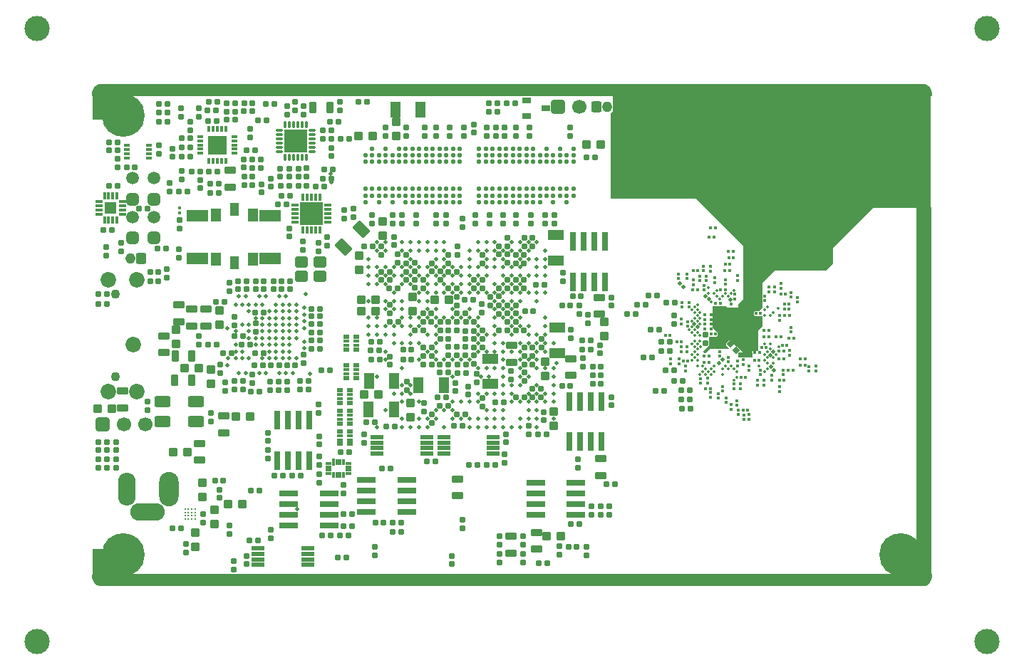
<source format=gbs>
G04 Layer_Color=16711935*
%FSLAX44Y44*%
%MOMM*%
G71*
G01*
G75*
%ADD81C,0.3500*%
%ADD121C,0.5000*%
%ADD152R,2.7000X2.7000*%
G04:AMPARAMS|DCode=177|XSize=0.7mm|YSize=0.7mm|CornerRadius=0.11mm|HoleSize=0mm|Usage=FLASHONLY|Rotation=0.000|XOffset=0mm|YOffset=0mm|HoleType=Round|Shape=RoundedRectangle|*
%AMROUNDEDRECTD177*
21,1,0.7000,0.4800,0,0,0.0*
21,1,0.4800,0.7000,0,0,0.0*
1,1,0.2200,0.2400,-0.2400*
1,1,0.2200,-0.2400,-0.2400*
1,1,0.2200,-0.2400,0.2400*
1,1,0.2200,0.2400,0.2400*
%
%ADD177ROUNDEDRECTD177*%
G04:AMPARAMS|DCode=178|XSize=1.1mm|YSize=1mm|CornerRadius=0.1625mm|HoleSize=0mm|Usage=FLASHONLY|Rotation=0.000|XOffset=0mm|YOffset=0mm|HoleType=Round|Shape=RoundedRectangle|*
%AMROUNDEDRECTD178*
21,1,1.1000,0.6750,0,0,0.0*
21,1,0.7750,1.0000,0,0,0.0*
1,1,0.3250,0.3875,-0.3375*
1,1,0.3250,-0.3875,-0.3375*
1,1,0.3250,-0.3875,0.3375*
1,1,0.3250,0.3875,0.3375*
%
%ADD178ROUNDEDRECTD178*%
G04:AMPARAMS|DCode=179|XSize=1.1mm|YSize=1mm|CornerRadius=0.1625mm|HoleSize=0mm|Usage=FLASHONLY|Rotation=270.000|XOffset=0mm|YOffset=0mm|HoleType=Round|Shape=RoundedRectangle|*
%AMROUNDEDRECTD179*
21,1,1.1000,0.6750,0,0,270.0*
21,1,0.7750,1.0000,0,0,270.0*
1,1,0.3250,-0.3375,-0.3875*
1,1,0.3250,-0.3375,0.3875*
1,1,0.3250,0.3375,0.3875*
1,1,0.3250,0.3375,-0.3875*
%
%ADD179ROUNDEDRECTD179*%
G04:AMPARAMS|DCode=181|XSize=0.7mm|YSize=0.7mm|CornerRadius=0.11mm|HoleSize=0mm|Usage=FLASHONLY|Rotation=90.000|XOffset=0mm|YOffset=0mm|HoleType=Round|Shape=RoundedRectangle|*
%AMROUNDEDRECTD181*
21,1,0.7000,0.4800,0,0,90.0*
21,1,0.4800,0.7000,0,0,90.0*
1,1,0.2200,0.2400,0.2400*
1,1,0.2200,0.2400,-0.2400*
1,1,0.2200,-0.2400,-0.2400*
1,1,0.2200,-0.2400,0.2400*
%
%ADD181ROUNDEDRECTD181*%
%ADD182R,2.3000X0.6500*%
%ADD184R,0.6500X2.3000*%
G04:AMPARAMS|DCode=186|XSize=0.6mm|YSize=0.7mm|CornerRadius=0.1mm|HoleSize=0mm|Usage=FLASHONLY|Rotation=270.000|XOffset=0mm|YOffset=0mm|HoleType=Round|Shape=RoundedRectangle|*
%AMROUNDEDRECTD186*
21,1,0.6000,0.5000,0,0,270.0*
21,1,0.4000,0.7000,0,0,270.0*
1,1,0.2000,-0.2500,-0.2000*
1,1,0.2000,-0.2500,0.2000*
1,1,0.2000,0.2500,0.2000*
1,1,0.2000,0.2500,-0.2000*
%
%ADD186ROUNDEDRECTD186*%
G04:AMPARAMS|DCode=187|XSize=0.6mm|YSize=0.7mm|CornerRadius=0.1mm|HoleSize=0mm|Usage=FLASHONLY|Rotation=0.000|XOffset=0mm|YOffset=0mm|HoleType=Round|Shape=RoundedRectangle|*
%AMROUNDEDRECTD187*
21,1,0.6000,0.5000,0,0,0.0*
21,1,0.4000,0.7000,0,0,0.0*
1,1,0.2000,0.2000,-0.2500*
1,1,0.2000,-0.2000,-0.2500*
1,1,0.2000,-0.2000,0.2500*
1,1,0.2000,0.2000,0.2500*
%
%ADD187ROUNDEDRECTD187*%
%ADD191R,0.4500X0.4000*%
%ADD192R,0.4000X0.4500*%
G04:AMPARAMS|DCode=197|XSize=1.4mm|YSize=0.9mm|CornerRadius=0.15mm|HoleSize=0mm|Usage=FLASHONLY|Rotation=180.000|XOffset=0mm|YOffset=0mm|HoleType=Round|Shape=RoundedRectangle|*
%AMROUNDEDRECTD197*
21,1,1.4000,0.6000,0,0,180.0*
21,1,1.1000,0.9000,0,0,180.0*
1,1,0.3000,-0.5500,0.3000*
1,1,0.3000,0.5500,0.3000*
1,1,0.3000,0.5500,-0.3000*
1,1,0.3000,-0.5500,-0.3000*
%
%ADD197ROUNDEDRECTD197*%
G04:AMPARAMS|DCode=203|XSize=1.9mm|YSize=1.25mm|CornerRadius=0.1938mm|HoleSize=0mm|Usage=FLASHONLY|Rotation=0.000|XOffset=0mm|YOffset=0mm|HoleType=Round|Shape=RoundedRectangle|*
%AMROUNDEDRECTD203*
21,1,1.9000,0.8625,0,0,0.0*
21,1,1.5125,1.2500,0,0,0.0*
1,1,0.3875,0.7562,-0.4313*
1,1,0.3875,-0.7562,-0.4313*
1,1,0.3875,-0.7562,0.4313*
1,1,0.3875,0.7562,0.4313*
%
%ADD203ROUNDEDRECTD203*%
G04:AMPARAMS|DCode=204|XSize=1.9mm|YSize=1.25mm|CornerRadius=0.1938mm|HoleSize=0mm|Usage=FLASHONLY|Rotation=90.000|XOffset=0mm|YOffset=0mm|HoleType=Round|Shape=RoundedRectangle|*
%AMROUNDEDRECTD204*
21,1,1.9000,0.8625,0,0,90.0*
21,1,1.5125,1.2500,0,0,90.0*
1,1,0.3875,0.4313,0.7562*
1,1,0.3875,0.4313,-0.7562*
1,1,0.3875,-0.4313,-0.7562*
1,1,0.3875,-0.4313,0.7562*
%
%ADD204ROUNDEDRECTD204*%
G04:AMPARAMS|DCode=205|XSize=1.4mm|YSize=0.9mm|CornerRadius=0.15mm|HoleSize=0mm|Usage=FLASHONLY|Rotation=90.000|XOffset=0mm|YOffset=0mm|HoleType=Round|Shape=RoundedRectangle|*
%AMROUNDEDRECTD205*
21,1,1.4000,0.6000,0,0,90.0*
21,1,1.1000,0.9000,0,0,90.0*
1,1,0.3000,0.3000,0.5500*
1,1,0.3000,0.3000,-0.5500*
1,1,0.3000,-0.3000,-0.5500*
1,1,0.3000,-0.3000,0.5500*
%
%ADD205ROUNDEDRECTD205*%
%ADD216R,0.7000X0.5500*%
%ADD217R,0.7000X0.4000*%
G04:AMPARAMS|DCode=222|XSize=0.7mm|YSize=0.7mm|CornerRadius=0.11mm|HoleSize=0mm|Usage=FLASHONLY|Rotation=225.000|XOffset=0mm|YOffset=0mm|HoleType=Round|Shape=RoundedRectangle|*
%AMROUNDEDRECTD222*
21,1,0.7000,0.4800,0,0,225.0*
21,1,0.4800,0.7000,0,0,225.0*
1,1,0.2200,-0.3394,0.0000*
1,1,0.2200,0.0000,0.3394*
1,1,0.2200,0.3394,0.0000*
1,1,0.2200,0.0000,-0.3394*
%
%ADD222ROUNDEDRECTD222*%
%ADD245C,3.0000*%
G04:AMPARAMS|DCode=246|XSize=1.624mm|YSize=1.624mm|CornerRadius=0.2405mm|HoleSize=0mm|Usage=FLASHONLY|Rotation=90.000|XOffset=0mm|YOffset=0mm|HoleType=Round|Shape=RoundedRectangle|*
%AMROUNDEDRECTD246*
21,1,1.6240,1.1430,0,0,90.0*
21,1,1.1430,1.6240,0,0,90.0*
1,1,0.4810,0.5715,0.5715*
1,1,0.4810,0.5715,-0.5715*
1,1,0.4810,-0.5715,-0.5715*
1,1,0.4810,-0.5715,0.5715*
%
%ADD246ROUNDEDRECTD246*%
%ADD247C,1.7000*%
%ADD248C,5.1000*%
G04:AMPARAMS|DCode=250|XSize=1.5mm|YSize=1.5mm|CornerRadius=0.4mm|HoleSize=0mm|Usage=FLASHONLY|Rotation=90.000|XOffset=0mm|YOffset=0mm|HoleType=Round|Shape=RoundedRectangle|*
%AMROUNDEDRECTD250*
21,1,1.5000,0.7000,0,0,90.0*
21,1,0.7000,1.5000,0,0,90.0*
1,1,0.8000,0.3500,0.3500*
1,1,0.8000,0.3500,-0.3500*
1,1,0.8000,-0.3500,-0.3500*
1,1,0.8000,-0.3500,0.3500*
%
%ADD250ROUNDEDRECTD250*%
%ADD251C,1.5000*%
%ADD252O,2.1000X3.9000*%
%ADD253O,2.3000X4.1000*%
%ADD254O,4.1000X2.1000*%
%ADD255C,1.8500*%
%ADD256C,1.1000*%
G04:AMPARAMS|DCode=257|XSize=1.3mm|YSize=1.2mm|CornerRadius=0.1875mm|HoleSize=0mm|Usage=FLASHONLY|Rotation=270.000|XOffset=0mm|YOffset=0mm|HoleType=Round|Shape=RoundedRectangle|*
%AMROUNDEDRECTD257*
21,1,1.3000,0.8250,0,0,270.0*
21,1,0.9250,1.2000,0,0,270.0*
1,1,0.3750,-0.4125,-0.4625*
1,1,0.3750,-0.4125,0.4625*
1,1,0.3750,0.4125,0.4625*
1,1,0.3750,0.4125,-0.4625*
%
%ADD257ROUNDEDRECTD257*%
%ADD258O,1.2000X1.3000*%
G04:AMPARAMS|DCode=259|XSize=1.9mm|YSize=1.25mm|CornerRadius=0.1938mm|HoleSize=0mm|Usage=FLASHONLY|Rotation=315.000|XOffset=0mm|YOffset=0mm|HoleType=Round|Shape=RoundedRectangle|*
%AMROUNDEDRECTD259*
21,1,1.9000,0.8625,0,0,315.0*
21,1,1.5125,1.2500,0,0,315.0*
1,1,0.3875,0.2298,-0.8397*
1,1,0.3875,-0.8397,0.2298*
1,1,0.3875,-0.2298,0.8397*
1,1,0.3875,0.8397,-0.2298*
%
%ADD259ROUNDEDRECTD259*%
%ADD260R,0.7500X0.3000*%
%ADD261R,0.3000X0.8500*%
%ADD262R,0.3000X0.7500*%
%ADD263R,2.2000X2.2000*%
%ADD264R,0.4000X0.8000*%
%ADD265R,0.8000X0.4000*%
%ADD266R,2.6400X1.3700*%
%ADD267R,1.3000X1.6000*%
%ADD268R,1.0000X1.5000*%
G04:AMPARAMS|DCode=269|XSize=0.4mm|YSize=0.45mm|CornerRadius=0mm|HoleSize=0mm|Usage=FLASHONLY|Rotation=135.000|XOffset=0mm|YOffset=0mm|HoleType=Round|Shape=Rectangle|*
%AMROTATEDRECTD269*
4,1,4,0.3005,0.0177,-0.0177,-0.3005,-0.3005,-0.0177,0.0177,0.3005,0.3005,0.0177,0.0*
%
%ADD269ROTATEDRECTD269*%

G04:AMPARAMS|DCode=270|XSize=0.4mm|YSize=0.45mm|CornerRadius=0mm|HoleSize=0mm|Usage=FLASHONLY|Rotation=225.000|XOffset=0mm|YOffset=0mm|HoleType=Round|Shape=Rectangle|*
%AMROTATEDRECTD270*
4,1,4,-0.0177,0.3005,0.3005,-0.0177,0.0177,-0.3005,-0.3005,0.0177,-0.0177,0.3005,0.0*
%
%ADD270ROTATEDRECTD270*%

%ADD271C,0.3000*%
%ADD272R,1.5000X0.5500*%
G04:AMPARAMS|DCode=273|XSize=1.5mm|YSize=1.3mm|CornerRadius=0.2mm|HoleSize=0mm|Usage=FLASHONLY|Rotation=0.000|XOffset=0mm|YOffset=0mm|HoleType=Round|Shape=RoundedRectangle|*
%AMROUNDEDRECTD273*
21,1,1.5000,0.9000,0,0,0.0*
21,1,1.1000,1.3000,0,0,0.0*
1,1,0.4000,0.5500,-0.4500*
1,1,0.4000,-0.5500,-0.4500*
1,1,0.4000,-0.5500,0.4500*
1,1,0.4000,0.5500,0.4500*
%
%ADD273ROUNDEDRECTD273*%
%ADD274O,1.0000X0.3500*%
%ADD275O,0.3500X1.0000*%
G04:AMPARAMS|DCode=276|XSize=1.9mm|YSize=1.3mm|CornerRadius=0.2mm|HoleSize=0mm|Usage=FLASHONLY|Rotation=180.000|XOffset=0mm|YOffset=0mm|HoleType=Round|Shape=RoundedRectangle|*
%AMROUNDEDRECTD276*
21,1,1.9000,0.9000,0,0,180.0*
21,1,1.5000,1.3000,0,0,180.0*
1,1,0.4000,-0.7500,0.4500*
1,1,0.4000,0.7500,0.4500*
1,1,0.4000,0.7500,-0.4500*
1,1,0.4000,-0.7500,-0.4500*
%
%ADD276ROUNDEDRECTD276*%
%ADD277C,0.5500*%
%ADD278R,1.3500X1.3500*%
%ADD279R,0.4000X0.9000*%
%ADD280R,0.9000X0.4000*%
%ADD281R,2.8000X2.8000*%
%ADD282R,0.9000X0.3500*%
%ADD283R,0.3500X0.9000*%
G04:AMPARAMS|DCode=284|XSize=0.7mm|YSize=1.1mm|CornerRadius=0.125mm|HoleSize=0mm|Usage=FLASHONLY|Rotation=90.000|XOffset=0mm|YOffset=0mm|HoleType=Round|Shape=RoundedRectangle|*
%AMROUNDEDRECTD284*
21,1,0.7000,0.8500,0,0,90.0*
21,1,0.4500,1.1000,0,0,90.0*
1,1,0.2500,0.4250,0.2250*
1,1,0.2500,0.4250,-0.2250*
1,1,0.2500,-0.4250,-0.2250*
1,1,0.2500,-0.4250,0.2250*
%
%ADD284ROUNDEDRECTD284*%
G36*
X785604Y279288D02*
X785698Y279260D01*
X785785Y279213D01*
X785861Y279151D01*
X785924Y279074D01*
X785970Y278988D01*
X785999Y278893D01*
X786008Y278795D01*
Y273545D01*
X785999Y273447D01*
X785970Y273353D01*
X785924Y273266D01*
X785861Y273190D01*
X785785Y273128D01*
X785698Y273081D01*
X785604Y273053D01*
X785506Y273043D01*
X769256D01*
X769158Y273053D01*
X769064Y273081D01*
X768977Y273128D01*
X768901Y273190D01*
X768838Y273266D01*
X768792Y273353D01*
X768763Y273447D01*
X768754Y273545D01*
Y278795D01*
X768763Y278893D01*
X768792Y278988D01*
X768838Y279074D01*
X768901Y279151D01*
X768977Y279213D01*
X769064Y279260D01*
X769158Y279288D01*
X769256Y279298D01*
X785506D01*
X785604Y279288D01*
D02*
G37*
G36*
X14500Y598752D02*
X988000Y598752D01*
X988673D01*
X988706Y598750D01*
X988739D01*
X988772Y598746D01*
X988804Y598744D01*
X988836Y598737D01*
X988869Y598733D01*
X990849Y598339D01*
X990881Y598330D01*
X990913Y598324D01*
X990944Y598314D01*
X990976Y598305D01*
X991006Y598293D01*
X991037Y598282D01*
X992903Y597509D01*
X992932Y597495D01*
X992962Y597482D01*
X992991Y597466D01*
X993020Y597451D01*
X993047Y597433D01*
X993076Y597417D01*
X994755Y596295D01*
X994781Y596275D01*
X994808Y596257D01*
X994833Y596235D01*
X994859Y596215D01*
X994882Y596192D01*
X994906Y596170D01*
X996334Y594743D01*
X996356Y594718D01*
X996379Y594695D01*
X996399Y594669D01*
X996421Y594644D01*
X996439Y594617D01*
X996459Y594591D01*
X997581Y592912D01*
X997597Y592883D01*
X997615Y592856D01*
X997630Y592827D01*
X997646Y592798D01*
X997659Y592768D01*
X997673Y592739D01*
X998446Y590873D01*
X998456Y590842D01*
X998469Y590812D01*
X998477Y590780D01*
X998488Y590749D01*
X998494Y590717D01*
X998503Y590685D01*
X998897Y588705D01*
X998901Y588672D01*
X998907Y588640D01*
X998910Y588608D01*
X998914Y588575D01*
Y588542D01*
X998916Y588509D01*
Y587500D01*
Y584750D01*
X998907Y584619D01*
X998882Y584491D01*
X998840Y584366D01*
X998782Y584249D01*
X998709Y584140D01*
X998623Y584041D01*
X998524Y583955D01*
X998415Y583882D01*
X998297Y583824D01*
X998173Y583782D01*
X998045Y583756D01*
X997914Y583748D01*
X997722D01*
X997721Y452080D01*
X997774Y452045D01*
X997872Y451959D01*
X997959Y451860D01*
X998032Y451751D01*
X998090Y451633D01*
X998132Y451509D01*
X998157Y451381D01*
X998166Y451250D01*
X998166Y16220D01*
X998173Y16218D01*
X998297Y16176D01*
X998415Y16118D01*
X998524Y16045D01*
X998623Y15959D01*
X998709Y15860D01*
X998782Y15751D01*
X998840Y15633D01*
X998882Y15509D01*
X998907Y15381D01*
X998916Y15250D01*
Y12500D01*
Y11490D01*
X998914Y11458D01*
Y11425D01*
X998910Y11392D01*
X998907Y11360D01*
X998901Y11328D01*
X998897Y11295D01*
X998503Y9315D01*
X998494Y9283D01*
X998488Y9251D01*
X998477Y9220D01*
X998469Y9188D01*
X998456Y9158D01*
X998446Y9127D01*
X997673Y7261D01*
X997659Y7232D01*
X997646Y7202D01*
X997630Y7173D01*
X997615Y7144D01*
X997597Y7116D01*
X997581Y7088D01*
X996459Y5409D01*
X996439Y5383D01*
X996421Y5356D01*
X996399Y5331D01*
X996379Y5305D01*
X996356Y5282D01*
X996334Y5257D01*
X994906Y3830D01*
X994882Y3808D01*
X994859Y3785D01*
X994833Y3765D01*
X994808Y3743D01*
X994781Y3725D01*
X994755Y3705D01*
X993076Y2583D01*
X993047Y2567D01*
X993020Y2549D01*
X992991Y2534D01*
X992962Y2518D01*
X992932Y2505D01*
X992903Y2491D01*
X991037Y1718D01*
X991006Y1708D01*
X990976Y1695D01*
X990944Y1686D01*
X990913Y1676D01*
X990881Y1670D01*
X990849Y1661D01*
X988869Y1267D01*
X988836Y1263D01*
X988804Y1257D01*
X988772Y1254D01*
X988739Y1250D01*
X988706D01*
X988673Y1248D01*
X988000D01*
X14500Y1248D01*
D01*
X11490D01*
X11458Y1250D01*
X11425D01*
X11392Y1254D01*
X11360Y1256D01*
X11328Y1263D01*
X11295Y1267D01*
X9315Y1661D01*
X9283Y1669D01*
X9251Y1676D01*
X9220Y1686D01*
X9188Y1695D01*
X9158Y1707D01*
X9127Y1718D01*
X7261Y2491D01*
X7232Y2505D01*
X7201Y2518D01*
X7173Y2534D01*
X7144Y2549D01*
X7117Y2567D01*
X7088Y2583D01*
X5409Y3705D01*
X5383Y3725D01*
X5356Y3743D01*
X5331Y3765D01*
X5305Y3785D01*
X5282Y3808D01*
X5257Y3830D01*
X3830Y5257D01*
X3808Y5282D01*
X3785Y5305D01*
X3765Y5331D01*
X3743Y5356D01*
X3725Y5383D01*
X3705Y5409D01*
X2583Y7088D01*
X2567Y7116D01*
X2549Y7144D01*
X2534Y7173D01*
X2518Y7201D01*
X2505Y7232D01*
X2491Y7261D01*
X1718Y9127D01*
X1708Y9158D01*
X1695Y9188D01*
X1686Y9220D01*
X1676Y9251D01*
X1670Y9283D01*
X1661Y9315D01*
X1267Y11295D01*
X1263Y11328D01*
X1256Y11360D01*
X1254Y11392D01*
X1250Y11425D01*
Y11458D01*
X1248Y11490D01*
Y12500D01*
Y15250D01*
X1256Y15381D01*
X1282Y15509D01*
X1324Y15633D01*
X1382Y15751D01*
X1455Y15860D01*
X1541Y15959D01*
X1640Y16045D01*
X1748Y16117D01*
X1748Y45000D01*
X1757Y45098D01*
X1786Y45192D01*
X1832Y45279D01*
X1895Y45355D01*
X1971Y45418D01*
X2058Y45464D01*
X2152Y45493D01*
X2250Y45502D01*
X15449D01*
X15453Y45502D01*
X15458Y45502D01*
X15503Y45497D01*
X15547Y45493D01*
X15551Y45491D01*
X15556Y45491D01*
X15599Y45477D01*
X15641Y45464D01*
X15645Y45462D01*
X15650Y45460D01*
X15689Y45439D01*
X15728Y45418D01*
X15732Y45415D01*
X15736Y45412D01*
X15769Y45384D01*
X15804Y45355D01*
X15807Y45352D01*
X15811Y45348D01*
X15838Y45314D01*
X15866Y45279D01*
X15869Y45275D01*
X15872Y45271D01*
X34474Y16252D01*
X968997Y16252D01*
Y25750D01*
X969007Y25848D01*
X969036Y25942D01*
X969082Y26029D01*
X969145Y26105D01*
X969221Y26168D01*
X969308Y26214D01*
X969402Y26243D01*
X969500Y26252D01*
X980498D01*
X980498Y450747D01*
X929208Y450748D01*
X881502Y403042D01*
Y385500D01*
X881493Y385402D01*
X881464Y385308D01*
X881418Y385221D01*
X881355Y385145D01*
X881355Y385145D01*
X873105Y376895D01*
X873029Y376832D01*
X872942Y376786D01*
X872920Y376779D01*
X872848Y376757D01*
X872799Y376752D01*
X872750Y376748D01*
X872750Y376748D01*
X812208D01*
X797533Y362073D01*
Y361727D01*
X797533Y332617D01*
X797533Y332617D01*
X797528Y332568D01*
X797523Y332519D01*
X797502Y332446D01*
X797495Y332424D01*
X797449Y332337D01*
X797417Y332299D01*
X797386Y332261D01*
X797386Y332261D01*
X793386Y328261D01*
X793310Y328199D01*
X793223Y328153D01*
X793201Y328146D01*
X793129Y328124D01*
X793080Y328119D01*
X793031Y328114D01*
X793031Y328114D01*
X788739Y328114D01*
X787783Y327159D01*
Y323575D01*
X788739Y322619D01*
X797031D01*
X797129Y322609D01*
X797223Y322581D01*
X797310Y322534D01*
X797386Y322472D01*
X797449Y322396D01*
X797495Y322309D01*
X797524Y322215D01*
X797533Y322117D01*
X797533Y310367D01*
X797533Y310367D01*
X797524Y310278D01*
X797524Y310269D01*
X797495Y310175D01*
X797449Y310088D01*
X797414Y310046D01*
X797386Y310012D01*
X797386Y310011D01*
X792783Y305409D01*
X792783Y281867D01*
X792774Y281769D01*
X792745Y281674D01*
X792699Y281588D01*
X792636Y281511D01*
X792560Y281449D01*
X792473Y281403D01*
X792379Y281374D01*
X792281Y281364D01*
X786239D01*
X784636Y279762D01*
X784560Y279699D01*
X784473Y279653D01*
X784451Y279646D01*
X784379Y279624D01*
X784330Y279619D01*
X784281Y279614D01*
X784281Y279614D01*
X774281D01*
X774183Y279624D01*
X774110Y279646D01*
X774089Y279653D01*
X774002Y279699D01*
X773926Y279762D01*
X773925Y279762D01*
X767426Y286262D01*
X767426Y286262D01*
X759823Y293864D01*
X758489Y293864D01*
X754533Y289909D01*
Y287825D01*
X757636Y284722D01*
X757636Y284722D01*
X757664Y284688D01*
X757699Y284646D01*
X757745Y284559D01*
X757774Y284465D01*
X757775Y284456D01*
X757783Y284367D01*
X757778Y284318D01*
X757774Y284269D01*
X757752Y284196D01*
X757745Y284174D01*
X757699Y284088D01*
X757636Y284011D01*
X757602Y283983D01*
X757560Y283949D01*
X757473Y283902D01*
X757379Y283874D01*
X757370Y283873D01*
X757281Y283864D01*
X757281Y283864D01*
X735489D01*
X729886Y278261D01*
X729886D01*
Y278261D01*
X729810Y278199D01*
X729734Y278158D01*
X729723Y278153D01*
D01*
X729723Y278153D01*
X729629Y278124D01*
X729540Y278115D01*
X729531Y278114D01*
D01*
X729531D01*
X729433Y278124D01*
X729404Y278133D01*
X729339Y278153D01*
X729252Y278199D01*
X729175Y278261D01*
X729175Y278262D01*
X727426Y280012D01*
X727363Y280088D01*
X727342Y280128D01*
X727317Y280175D01*
X727308Y280203D01*
X727288Y280269D01*
X727279Y280367D01*
X727288Y280465D01*
X727297Y280493D01*
X727317Y280559D01*
X727338Y280599D01*
X727363Y280646D01*
X727426Y280722D01*
X727426Y280722D01*
X734028Y287325D01*
X734028Y297617D01*
X734038Y297715D01*
X734067Y297809D01*
X734113Y297896D01*
X734176Y297972D01*
X734252Y298034D01*
X734339Y298081D01*
X734433Y298109D01*
X734531Y298119D01*
X743073Y298119D01*
X744278Y299325D01*
X744278Y302909D01*
X738676Y308512D01*
X738613Y308588D01*
X738567Y308675D01*
X738560Y308696D01*
X738538Y308769D01*
X738533Y308818D01*
X738528Y308867D01*
X738529Y308867D01*
X738528Y333867D01*
X738538Y333965D01*
X738567Y334059D01*
X738613Y334146D01*
X738676Y334222D01*
X738752Y334284D01*
X738839Y334331D01*
X738933Y334360D01*
X739031Y334369D01*
X753781D01*
X753781Y334369D01*
X753830Y334364D01*
X753879Y334360D01*
X753951Y334338D01*
X753973Y334331D01*
X754060Y334284D01*
X754136Y334222D01*
X754136Y334222D01*
X755989Y332369D01*
X767823Y332369D01*
X768778Y333325D01*
X768778Y336116D01*
X768778Y336117D01*
X768787Y336206D01*
X768788Y336215D01*
X768817Y336309D01*
X768863Y336396D01*
X768897Y336438D01*
X768925Y336472D01*
X768926Y336472D01*
X775028Y342575D01*
Y406393D01*
X719034Y462388D01*
X617692Y462388D01*
X617692Y462388D01*
X617691Y462388D01*
X617645Y462393D01*
X617594Y462398D01*
X617594Y462398D01*
X617593Y462398D01*
X617553Y462410D01*
X617500Y462426D01*
X617500Y462426D01*
X617499Y462427D01*
X617467Y462444D01*
X617413Y462473D01*
X617413Y462473D01*
X617412Y462473D01*
X617381Y462499D01*
X617337Y462535D01*
X617337Y462535D01*
X617336Y462536D01*
X617308Y462570D01*
X617274Y462611D01*
X617274Y462612D01*
X617274Y462612D01*
X617254Y462650D01*
X617228Y462698D01*
X617228Y462699D01*
X617228Y462699D01*
X617214Y462746D01*
X617199Y462792D01*
X617199Y462793D01*
X617199Y462793D01*
X617194Y462844D01*
X617190Y462890D01*
X617190Y462891D01*
X617190Y462891D01*
X617339Y563591D01*
X617338Y563591D01*
X617339Y563591D01*
Y563592D01*
X617342Y563629D01*
X617348Y563689D01*
X617348Y563689D01*
X617348Y563690D01*
X617364Y563739D01*
X617377Y563783D01*
X617377Y563784D01*
X617377Y563784D01*
X617398Y563823D01*
X617423Y563870D01*
X617424Y563871D01*
X617424Y563871D01*
X617454Y563907D01*
X617486Y563946D01*
X617486Y563947D01*
X617486Y563947D01*
X617486Y563947D01*
X619498Y565958D01*
X619498Y583748D01*
X33352Y583748D01*
X15872Y556479D01*
X15869Y556475D01*
X15866Y556471D01*
X15838Y556437D01*
X15811Y556402D01*
X15807Y556399D01*
X15804Y556395D01*
X15769Y556366D01*
X15736Y556338D01*
X15732Y556335D01*
X15728Y556332D01*
X15689Y556311D01*
X15650Y556290D01*
X15645Y556288D01*
X15641Y556286D01*
X15599Y556273D01*
X15556Y556259D01*
X15551Y556259D01*
X15547Y556257D01*
X15503Y556253D01*
X15458Y556248D01*
X15453Y556248D01*
X15449Y556248D01*
X2250D01*
X2152Y556257D01*
X2058Y556286D01*
X1971Y556332D01*
X1895Y556395D01*
X1832Y556471D01*
X1786Y556558D01*
X1757Y556652D01*
X1748Y556750D01*
X1748Y583883D01*
X1640Y583955D01*
X1541Y584041D01*
X1455Y584140D01*
X1382Y584249D01*
X1324Y584366D01*
X1282Y584491D01*
X1256Y584619D01*
X1248Y584750D01*
Y587500D01*
Y588510D01*
X1250Y588542D01*
Y588575D01*
X1254Y588608D01*
X1256Y588640D01*
X1263Y588672D01*
X1267Y588705D01*
X1661Y590685D01*
X1670Y590717D01*
X1676Y590749D01*
X1686Y590780D01*
X1695Y590812D01*
X1708Y590842D01*
X1718Y590873D01*
X2491Y592739D01*
X2505Y592768D01*
X2518Y592799D01*
X2534Y592827D01*
X2549Y592856D01*
X2567Y592884D01*
X2583Y592912D01*
X3705Y594591D01*
X3725Y594617D01*
X3743Y594644D01*
X3765Y594669D01*
X3785Y594695D01*
X3808Y594718D01*
X3830Y594743D01*
X5257Y596170D01*
X5282Y596192D01*
X5305Y596215D01*
X5331Y596235D01*
X5356Y596257D01*
X5383Y596275D01*
X5409Y596295D01*
X7088Y597417D01*
X7117Y597433D01*
X7144Y597451D01*
X7173Y597466D01*
X7201Y597482D01*
X7232Y597495D01*
X7261Y597509D01*
X9127Y598282D01*
X9158Y598293D01*
X9188Y598305D01*
X9220Y598314D01*
X9251Y598324D01*
X9283Y598330D01*
X9315Y598339D01*
X11295Y598733D01*
X11328Y598737D01*
X11360Y598744D01*
X11392Y598746D01*
X11425Y598750D01*
X11458D01*
X11490Y598752D01*
X14500D01*
D01*
D02*
G37*
D81*
X716810Y319743D02*
D03*
X713480Y316413D02*
D03*
X766750Y256500D02*
D03*
X763430Y259803D02*
D03*
X800060Y276453D02*
D03*
X803390Y259803D02*
D03*
X779760Y343373D02*
D03*
X806720Y283113D02*
D03*
X803390Y266463D02*
D03*
Y273123D02*
D03*
X813380Y276453D02*
D03*
X800060Y289773D02*
D03*
X806720Y289773D02*
D03*
X810050Y273123D02*
D03*
X810050Y266463D02*
D03*
X816710Y286443D02*
D03*
X803390Y279783D02*
D03*
X800060Y269793D02*
D03*
X793400Y263133D02*
D03*
X803390Y333063D02*
D03*
X800060Y329733D02*
D03*
Y323073D02*
D03*
X713480Y276453D02*
D03*
X713480Y269793D02*
D03*
X723470Y299763D02*
D03*
X716810Y299763D02*
D03*
Y293103D02*
D03*
X726800Y263133D02*
D03*
X726800Y256473D02*
D03*
X720140Y263133D02*
D03*
X720140Y283113D02*
D03*
X716810Y279783D02*
D03*
X723510Y286437D02*
D03*
X730130Y253143D02*
D03*
X736790Y253143D02*
D03*
X723470Y253143D02*
D03*
X720140Y323073D02*
D03*
X716810Y273123D02*
D03*
X713480Y289773D02*
D03*
X716810Y286443D02*
D03*
X720140Y329733D02*
D03*
X723470Y326403D02*
D03*
X716810Y326403D02*
D03*
X723470Y319743D02*
D03*
X720140Y316413D02*
D03*
Y336393D02*
D03*
X743450Y353044D02*
D03*
X750110Y346383D02*
D03*
X800060Y256473D02*
D03*
X750110Y259803D02*
D03*
X760100Y263133D02*
D03*
X730130Y259803D02*
D03*
X736790D02*
D03*
X733460Y256473D02*
D03*
X720140Y289773D02*
D03*
X723470Y293103D02*
D03*
X720140Y303093D02*
D03*
X713480Y303093D02*
D03*
X716810Y306423D02*
D03*
X723470Y313083D02*
D03*
X740120Y263133D02*
D03*
X736790Y339723D02*
D03*
X733460Y356373D02*
D03*
X806720Y323073D02*
D03*
X756770Y346383D02*
D03*
X750110Y253143D02*
D03*
X753440Y263133D02*
D03*
X756770Y259803D02*
D03*
X720140Y269793D02*
D03*
X816510Y331937D02*
D03*
X810050Y326403D02*
D03*
X753440Y349713D02*
D03*
X760100Y349714D02*
D03*
X763430Y353043D02*
D03*
X743450Y346383D02*
D03*
X713480Y329733D02*
D03*
X720140Y276453D02*
D03*
X740120Y256473D02*
D03*
X716810Y333063D02*
D03*
X746780Y343053D02*
D03*
X733460Y349713D02*
D03*
X740120D02*
D03*
X710150Y306423D02*
D03*
X713480Y309753D02*
D03*
X763430Y246483D02*
D03*
X766760Y249813D02*
D03*
D121*
X459500Y230500D02*
D03*
X285500Y481750D02*
D03*
X244500Y92750D02*
D03*
X203500Y336250D02*
D03*
X195500Y336250D02*
D03*
X369500Y310500D02*
D03*
X463500Y250500D02*
D03*
X472250D02*
D03*
X489500Y270500D02*
D03*
X479500Y260500D02*
D03*
X509500Y270500D02*
D03*
X519500D02*
D03*
X469500Y280500D02*
D03*
X469500Y300500D02*
D03*
X211500Y272250D02*
D03*
X227500Y304250D02*
D03*
X243500Y296250D02*
D03*
X553000Y266750D02*
D03*
X479500Y230500D02*
D03*
X509500Y220500D02*
D03*
X519500Y220500D02*
D03*
X529500D02*
D03*
X509500Y190500D02*
D03*
X539500Y290500D02*
D03*
X549500D02*
D03*
X529500Y290500D02*
D03*
X519500D02*
D03*
X509500D02*
D03*
X359500Y380500D02*
D03*
X389500Y350500D02*
D03*
X179500Y312250D02*
D03*
X986000Y468250D02*
D03*
X992750Y461500D02*
D03*
X986000Y495250D02*
D03*
X992750Y488500D02*
D03*
X986000Y481750D02*
D03*
X992750Y475000D02*
D03*
X986000Y522250D02*
D03*
X992750Y515500D02*
D03*
X986000Y508750D02*
D03*
X992750Y502000D02*
D03*
X986250Y549250D02*
D03*
X992750Y542500D02*
D03*
X986000Y535750D02*
D03*
X992750Y529000D02*
D03*
Y556000D02*
D03*
Y569500D02*
D03*
X986000Y576250D02*
D03*
X379500Y320500D02*
D03*
X329500Y340500D02*
D03*
X254907Y349000D02*
D03*
X349500Y330500D02*
D03*
X349500Y340500D02*
D03*
X339500Y380500D02*
D03*
X349500Y380500D02*
D03*
Y370500D02*
D03*
X359500Y350500D02*
D03*
X359500Y340500D02*
D03*
X171500Y280250D02*
D03*
Y288250D02*
D03*
X479500Y340500D02*
D03*
X389500D02*
D03*
X539500Y400500D02*
D03*
X519500D02*
D03*
X509500D02*
D03*
X499500D02*
D03*
X449500Y400500D02*
D03*
X459500D02*
D03*
X469500D02*
D03*
X479500D02*
D03*
X489500D02*
D03*
X399500Y400500D02*
D03*
X409500D02*
D03*
X419500D02*
D03*
X349500D02*
D03*
X369500D02*
D03*
X379500D02*
D03*
X389500D02*
D03*
X339500D02*
D03*
Y410500D02*
D03*
X389500D02*
D03*
X379500D02*
D03*
X369500D02*
D03*
X349500D02*
D03*
X419500D02*
D03*
X409500D02*
D03*
X399500D02*
D03*
X479500Y410500D02*
D03*
X469500D02*
D03*
X459500D02*
D03*
X499500Y410500D02*
D03*
X509500D02*
D03*
X519500D02*
D03*
X529500D02*
D03*
X539500Y390500D02*
D03*
X529500D02*
D03*
X519500D02*
D03*
X509500D02*
D03*
X449500Y390500D02*
D03*
X469500D02*
D03*
X479500D02*
D03*
X489500D02*
D03*
X409500Y390500D02*
D03*
X419500D02*
D03*
X379500D02*
D03*
X329500D02*
D03*
X539500Y380500D02*
D03*
X529500D02*
D03*
X509500D02*
D03*
X499500D02*
D03*
X449500Y380500D02*
D03*
X459500D02*
D03*
X469500D02*
D03*
X479500D02*
D03*
X489500D02*
D03*
X399500Y380500D02*
D03*
X409500D02*
D03*
X419500D02*
D03*
X429500D02*
D03*
X439500D02*
D03*
X369500D02*
D03*
X379500D02*
D03*
X389500D02*
D03*
X329500D02*
D03*
X539500Y370500D02*
D03*
X529500D02*
D03*
X519500D02*
D03*
X509500D02*
D03*
X499500D02*
D03*
X449500Y370500D02*
D03*
X459500D02*
D03*
X469500D02*
D03*
X489500D02*
D03*
X399500Y370500D02*
D03*
X409500D02*
D03*
X419500D02*
D03*
X429500D02*
D03*
X439500D02*
D03*
X359500D02*
D03*
X369500D02*
D03*
X379500D02*
D03*
X389500D02*
D03*
X339500D02*
D03*
X509500Y360500D02*
D03*
X499500D02*
D03*
X449500Y360500D02*
D03*
X459500D02*
D03*
X399500Y360500D02*
D03*
X409500D02*
D03*
X419500D02*
D03*
X429500D02*
D03*
X439500D02*
D03*
X349500D02*
D03*
X369500D02*
D03*
X339500D02*
D03*
X329500D02*
D03*
X439500Y350500D02*
D03*
X429500D02*
D03*
X419500D02*
D03*
X409500D02*
D03*
X399500D02*
D03*
X469500Y350500D02*
D03*
X459500D02*
D03*
X449500D02*
D03*
X499500Y350500D02*
D03*
X509500D02*
D03*
X519500D02*
D03*
X759260Y341687D02*
D03*
X539500Y310500D02*
D03*
X509500D02*
D03*
X459500Y310500D02*
D03*
X409500Y310500D02*
D03*
X349500D02*
D03*
X359500D02*
D03*
X379500D02*
D03*
X389500D02*
D03*
X339500D02*
D03*
X329500D02*
D03*
X499500Y320500D02*
D03*
X449500Y320500D02*
D03*
X459500D02*
D03*
X479500D02*
D03*
X399500Y320500D02*
D03*
X409500D02*
D03*
X419500D02*
D03*
X429500D02*
D03*
X439500D02*
D03*
X369500D02*
D03*
X389500D02*
D03*
X339500D02*
D03*
X329500D02*
D03*
X499500Y330500D02*
D03*
X449500Y330500D02*
D03*
X479500D02*
D03*
X429500Y330500D02*
D03*
X359500D02*
D03*
X369500D02*
D03*
X539500Y260500D02*
D03*
X529500D02*
D03*
X509500D02*
D03*
X459500Y260500D02*
D03*
X469500D02*
D03*
X489500D02*
D03*
X529500Y270500D02*
D03*
X449500Y270500D02*
D03*
X409500Y270500D02*
D03*
X419500D02*
D03*
X429500D02*
D03*
X439500D02*
D03*
X389500D02*
D03*
X539500Y280500D02*
D03*
X529500D02*
D03*
X509500D02*
D03*
X499500D02*
D03*
X459500Y280500D02*
D03*
X489500D02*
D03*
X399500Y280500D02*
D03*
X409500D02*
D03*
X349500D02*
D03*
X459500Y290500D02*
D03*
X479500D02*
D03*
X489500D02*
D03*
X409500Y290500D02*
D03*
X359500D02*
D03*
X369500D02*
D03*
X379500D02*
D03*
X389500D02*
D03*
X329500Y300500D02*
D03*
X339500D02*
D03*
X379500D02*
D03*
X359500D02*
D03*
X349500D02*
D03*
X409500D02*
D03*
X399500D02*
D03*
X479500Y300500D02*
D03*
X459500D02*
D03*
X499500Y300500D02*
D03*
X519500D02*
D03*
X529500D02*
D03*
X539500D02*
D03*
X519500Y210500D02*
D03*
X469500Y210500D02*
D03*
X479500D02*
D03*
X489500D02*
D03*
X499500Y220500D02*
D03*
X449500Y220500D02*
D03*
X459500D02*
D03*
X429500Y220500D02*
D03*
X439500D02*
D03*
X369500D02*
D03*
X389500D02*
D03*
X529500Y230500D02*
D03*
X519500D02*
D03*
X499500D02*
D03*
X469500Y230500D02*
D03*
X489500D02*
D03*
X359500Y230500D02*
D03*
X369500D02*
D03*
X379500D02*
D03*
X509500Y240500D02*
D03*
X499500D02*
D03*
X489500Y240500D02*
D03*
X369500Y240500D02*
D03*
X339500Y250500D02*
D03*
X429500D02*
D03*
X489500Y250500D02*
D03*
X509500Y250500D02*
D03*
X519500D02*
D03*
X369500Y200500D02*
D03*
X439500D02*
D03*
X489500Y200500D02*
D03*
X479500D02*
D03*
X469500D02*
D03*
X459500D02*
D03*
X449500D02*
D03*
X339500Y190500D02*
D03*
X389500D02*
D03*
X379500D02*
D03*
X369500D02*
D03*
X399500D02*
D03*
X489500Y190500D02*
D03*
X479500D02*
D03*
X469500D02*
D03*
X459500D02*
D03*
X449500D02*
D03*
X499500Y190500D02*
D03*
X529500D02*
D03*
X379500Y360500D02*
D03*
X399500Y340500D02*
D03*
X489500Y340500D02*
D03*
Y350500D02*
D03*
X489500Y360500D02*
D03*
X399500Y330500D02*
D03*
X409500D02*
D03*
X253157Y284250D02*
D03*
Y292250D02*
D03*
Y308250D02*
D03*
Y316250D02*
D03*
Y324250D02*
D03*
Y332250D02*
D03*
X243500Y336250D02*
D03*
Y328250D02*
D03*
Y320250D02*
D03*
X243500Y312250D02*
D03*
Y304250D02*
D03*
Y272250D02*
D03*
X235500D02*
D03*
Y280250D02*
D03*
Y288250D02*
D03*
Y296250D02*
D03*
Y304250D02*
D03*
Y312250D02*
D03*
Y320250D02*
D03*
Y328250D02*
D03*
Y336250D02*
D03*
X227500Y272250D02*
D03*
Y280250D02*
D03*
Y288250D02*
D03*
Y296250D02*
D03*
Y312250D02*
D03*
Y320250D02*
D03*
Y328250D02*
D03*
Y336250D02*
D03*
X219500Y272250D02*
D03*
Y280250D02*
D03*
Y288250D02*
D03*
Y296250D02*
D03*
X219500Y304250D02*
D03*
X219500Y320250D02*
D03*
Y328250D02*
D03*
Y336250D02*
D03*
X211500Y280250D02*
D03*
Y288250D02*
D03*
Y296250D02*
D03*
Y312250D02*
D03*
X203500Y288250D02*
D03*
Y296250D02*
D03*
Y304250D02*
D03*
Y312250D02*
D03*
X195500Y288250D02*
D03*
Y296250D02*
D03*
X187500Y272250D02*
D03*
Y296250D02*
D03*
X179500Y280250D02*
D03*
X161843Y308250D02*
D03*
X161500Y264000D02*
D03*
X231500Y254593D02*
D03*
X223500D02*
D03*
X199500D02*
D03*
X183500D02*
D03*
X175500D02*
D03*
Y345907D02*
D03*
X183500D02*
D03*
X231500D02*
D03*
X203500Y272250D02*
D03*
X171500Y336250D02*
D03*
X187500Y328250D02*
D03*
X179500Y272250D02*
D03*
X207500Y254593D02*
D03*
X529500Y200500D02*
D03*
X509500D02*
D03*
X519500D02*
D03*
X429500Y210500D02*
D03*
X419500Y210500D02*
D03*
X419500Y190500D02*
D03*
X429500Y200500D02*
D03*
X409500Y210500D02*
D03*
Y200500D02*
D03*
X399500Y200500D02*
D03*
X389500Y200500D02*
D03*
X539500Y320500D02*
D03*
X519500Y310500D02*
D03*
X509500Y340500D02*
D03*
X509500Y320500D02*
D03*
X499500Y310500D02*
D03*
Y340500D02*
D03*
X489500Y330500D02*
D03*
Y320500D02*
D03*
X479500Y310500D02*
D03*
X187500Y336250D02*
D03*
X239500Y254593D02*
D03*
X7250Y12250D02*
D03*
X14000Y5500D02*
D03*
X27500D02*
D03*
X34250Y10750D02*
D03*
X41000Y5500D02*
D03*
X47750Y12250D02*
D03*
X54500Y5500D02*
D03*
X61250Y12250D02*
D03*
X101750D02*
D03*
X95000Y5500D02*
D03*
X88250Y12250D02*
D03*
X81500Y5500D02*
D03*
X74750Y12250D02*
D03*
X68000Y5500D02*
D03*
X142250Y12250D02*
D03*
X135500Y5500D02*
D03*
X128750Y12250D02*
D03*
X122000Y5500D02*
D03*
X115250Y12250D02*
D03*
X108500Y5500D02*
D03*
X182750Y12250D02*
D03*
X176000Y5500D02*
D03*
X169250Y12250D02*
D03*
X162500Y5500D02*
D03*
X155750Y12250D02*
D03*
X149000Y5500D02*
D03*
X223250Y12250D02*
D03*
X209750D02*
D03*
X196250D02*
D03*
X263750D02*
D03*
X257000Y5500D02*
D03*
X250250Y12250D02*
D03*
X243500Y5500D02*
D03*
X236750Y12250D02*
D03*
X230000Y5500D02*
D03*
X304250Y12250D02*
D03*
X297500Y5500D02*
D03*
X290750Y12250D02*
D03*
X284000Y5500D02*
D03*
X277250Y12250D02*
D03*
X270500Y5500D02*
D03*
X344750Y12250D02*
D03*
X338000Y5500D02*
D03*
X331250Y12250D02*
D03*
X324500Y5500D02*
D03*
X317750Y12250D02*
D03*
X311000Y5500D02*
D03*
X385250Y12250D02*
D03*
X378500Y5500D02*
D03*
X371750Y12250D02*
D03*
X365000Y5500D02*
D03*
X358250Y12250D02*
D03*
X351500Y5500D02*
D03*
X425750Y12250D02*
D03*
X419000Y5500D02*
D03*
X412250Y12250D02*
D03*
X405500Y5500D02*
D03*
X398750Y12250D02*
D03*
X392000Y5500D02*
D03*
X466250Y12250D02*
D03*
X459500Y5500D02*
D03*
X452750Y12250D02*
D03*
X446000Y5500D02*
D03*
X439250Y12250D02*
D03*
X432500Y5500D02*
D03*
X506750Y12250D02*
D03*
X500000Y5500D02*
D03*
X493250Y12250D02*
D03*
X486500Y5500D02*
D03*
X479750Y12250D02*
D03*
X473000Y5500D02*
D03*
X547250Y12250D02*
D03*
X540500Y5500D02*
D03*
X533750Y12250D02*
D03*
X527000Y5500D02*
D03*
X520250Y12250D02*
D03*
X513500Y5500D02*
D03*
X587750Y12250D02*
D03*
X581000Y5500D02*
D03*
X574250Y12250D02*
D03*
X567500Y5500D02*
D03*
X560750Y12250D02*
D03*
X554000Y5500D02*
D03*
X628250Y12250D02*
D03*
X621500Y5500D02*
D03*
X614750Y12250D02*
D03*
X608000Y5500D02*
D03*
X601250Y12250D02*
D03*
X594500Y5500D02*
D03*
X668750Y12250D02*
D03*
X662000Y5500D02*
D03*
X655250Y12250D02*
D03*
X648500Y5500D02*
D03*
X641750Y12250D02*
D03*
X635000Y5500D02*
D03*
X709250Y12250D02*
D03*
X702500Y5500D02*
D03*
X695750Y12250D02*
D03*
X689000Y5500D02*
D03*
X682250Y12250D02*
D03*
X675500Y5500D02*
D03*
X749750Y12250D02*
D03*
X743000Y5500D02*
D03*
X736250Y12250D02*
D03*
X729500Y5500D02*
D03*
X722750Y12250D02*
D03*
X716000Y5500D02*
D03*
X790250Y12250D02*
D03*
X776750D02*
D03*
X770000Y5500D02*
D03*
X763250Y12250D02*
D03*
X756500Y5500D02*
D03*
X830750Y12250D02*
D03*
X824000Y5500D02*
D03*
X817250Y12250D02*
D03*
X803750D02*
D03*
X871250D02*
D03*
X864500Y5500D02*
D03*
X857750Y12250D02*
D03*
X851000Y5500D02*
D03*
X844250Y12250D02*
D03*
X837500Y5500D02*
D03*
X911750Y12250D02*
D03*
X905000Y5500D02*
D03*
X898250Y12250D02*
D03*
X891500Y5500D02*
D03*
X884750Y12250D02*
D03*
X878000Y5500D02*
D03*
X952250Y12250D02*
D03*
X945500Y5500D02*
D03*
X938750Y12250D02*
D03*
X932000Y5500D02*
D03*
X925250Y12250D02*
D03*
X918500Y5500D02*
D03*
X992750Y12250D02*
D03*
X986000Y5500D02*
D03*
X979250Y12250D02*
D03*
X972500Y5500D02*
D03*
X965750Y11000D02*
D03*
X959000Y5500D02*
D03*
X20750Y12250D02*
D03*
Y587750D02*
D03*
X959000Y594500D02*
D03*
X965750Y588750D02*
D03*
X972500Y594500D02*
D03*
X979250Y587750D02*
D03*
X986000Y594500D02*
D03*
X992750Y587750D02*
D03*
X918500Y594500D02*
D03*
X925250Y587750D02*
D03*
X932000Y594500D02*
D03*
X938750Y587750D02*
D03*
X945500Y594500D02*
D03*
X952250Y587750D02*
D03*
X878000Y594500D02*
D03*
X884750Y587750D02*
D03*
X891500Y594500D02*
D03*
X898250Y587750D02*
D03*
X905000Y594500D02*
D03*
X911750Y587750D02*
D03*
X837500Y594500D02*
D03*
X844250Y587750D02*
D03*
X851000Y594500D02*
D03*
X857750Y587750D02*
D03*
X864500Y594500D02*
D03*
X871250Y587750D02*
D03*
X803750D02*
D03*
X817250D02*
D03*
X824000Y594500D02*
D03*
X830750Y587750D02*
D03*
X756500Y594500D02*
D03*
X763250Y587750D02*
D03*
X770000Y594500D02*
D03*
X776750Y587750D02*
D03*
X790250D02*
D03*
X716000Y594500D02*
D03*
X722750Y587750D02*
D03*
X729500Y594500D02*
D03*
X736250Y587750D02*
D03*
X743000Y594500D02*
D03*
X749750Y587750D02*
D03*
X675500Y594500D02*
D03*
X682250Y587750D02*
D03*
X689000Y594500D02*
D03*
X695750Y587750D02*
D03*
X702500Y594500D02*
D03*
X709250Y587750D02*
D03*
X635000Y594500D02*
D03*
X641750Y587750D02*
D03*
X648500Y594500D02*
D03*
X655250Y587750D02*
D03*
X662000Y594500D02*
D03*
X668750Y587750D02*
D03*
X594500Y594500D02*
D03*
X601250Y587750D02*
D03*
X608000Y594500D02*
D03*
X614750Y587750D02*
D03*
X621500Y594500D02*
D03*
X628250Y587750D02*
D03*
X554000Y594500D02*
D03*
X560750Y587750D02*
D03*
X567500Y594500D02*
D03*
X574250Y587750D02*
D03*
X581000Y594500D02*
D03*
X587750Y587750D02*
D03*
X513500Y594500D02*
D03*
X520250Y587750D02*
D03*
X527000Y594500D02*
D03*
X533750Y587750D02*
D03*
X540500Y594500D02*
D03*
X547250Y587750D02*
D03*
X473000Y594500D02*
D03*
X479750Y587750D02*
D03*
X486500Y594500D02*
D03*
X493250Y587750D02*
D03*
X500000Y594500D02*
D03*
X506750Y587750D02*
D03*
X432500Y594500D02*
D03*
X439250Y587750D02*
D03*
X446000Y594500D02*
D03*
X452750Y587750D02*
D03*
X459500Y594500D02*
D03*
X466250Y587750D02*
D03*
X392000Y594500D02*
D03*
X398750Y587750D02*
D03*
X405500Y594500D02*
D03*
X412250Y587750D02*
D03*
X419000Y594500D02*
D03*
X425750Y587750D02*
D03*
X351500Y594500D02*
D03*
X358250Y587750D02*
D03*
X365000Y594500D02*
D03*
X371750Y587750D02*
D03*
X378500Y594500D02*
D03*
X385250Y587750D02*
D03*
X311000Y594500D02*
D03*
X317750Y587750D02*
D03*
X324500Y594500D02*
D03*
X331250Y587750D02*
D03*
X338000Y594500D02*
D03*
X344750Y587750D02*
D03*
X270500Y594500D02*
D03*
X284000D02*
D03*
X290750Y587750D02*
D03*
X297500Y594500D02*
D03*
X304250Y587750D02*
D03*
X230000Y594500D02*
D03*
X236750Y587750D02*
D03*
X243500Y594500D02*
D03*
X250250Y587750D02*
D03*
X257000Y594500D02*
D03*
X263750Y587750D02*
D03*
X196250D02*
D03*
X209750D02*
D03*
X223250D02*
D03*
X149000Y594500D02*
D03*
X155750Y587750D02*
D03*
X162500Y594500D02*
D03*
X169250Y587750D02*
D03*
X176000Y594500D02*
D03*
X108500D02*
D03*
X115250Y587750D02*
D03*
X122000Y594500D02*
D03*
X128750Y587750D02*
D03*
X135500Y594500D02*
D03*
X142250Y587750D02*
D03*
X68000Y594500D02*
D03*
X74750Y587750D02*
D03*
X81500Y594500D02*
D03*
X88250Y587750D02*
D03*
X95000Y594500D02*
D03*
X101750Y587750D02*
D03*
X61250D02*
D03*
X54500Y594500D02*
D03*
X47750Y587750D02*
D03*
X41000Y594500D02*
D03*
X34250Y589000D02*
D03*
X27500Y594500D02*
D03*
X14000D02*
D03*
X7250Y587750D02*
D03*
X369500Y260500D02*
D03*
X529500Y340500D02*
D03*
X369500D02*
D03*
X549500Y240500D02*
D03*
X549500Y230500D02*
D03*
X539500D02*
D03*
X539500Y220500D02*
D03*
X187500Y304250D02*
D03*
Y312250D02*
D03*
X479500Y280500D02*
D03*
X479500Y350500D02*
D03*
Y360500D02*
D03*
X171500Y272250D02*
D03*
Y304250D02*
D03*
X529500Y240500D02*
D03*
X549500Y250500D02*
D03*
X162500Y272250D02*
D03*
X260250Y254000D02*
D03*
X329500Y370500D02*
D03*
X195500Y320250D02*
D03*
X207500Y345907D02*
D03*
X223500D02*
D03*
X199500D02*
D03*
X211500Y328250D02*
D03*
X203500Y320250D02*
D03*
X211500Y320250D02*
D03*
Y304250D02*
D03*
X219500Y312250D02*
D03*
X549500Y220500D02*
D03*
X549500Y200500D02*
D03*
X529500Y210500D02*
D03*
X549500Y260500D02*
D03*
X539500Y350500D02*
D03*
X529500Y350500D02*
D03*
X379500Y240500D02*
D03*
X277250Y587750D02*
D03*
X284250Y491500D02*
D03*
X179500Y336250D02*
D03*
X349500Y210500D02*
D03*
Y270500D02*
D03*
D152*
X243000Y530625D02*
D03*
D177*
X184750Y27500D02*
D03*
Y37500D02*
D03*
X169000Y21250D02*
D03*
Y31250D02*
D03*
X604250Y288000D02*
D03*
Y278000D02*
D03*
X164000Y73750D02*
D03*
Y63750D02*
D03*
X337250Y38000D02*
D03*
Y48000D02*
D03*
X80750Y515250D02*
D03*
Y525250D02*
D03*
X93250Y471000D02*
D03*
Y481000D02*
D03*
X107750Y484750D02*
D03*
Y494750D02*
D03*
X104250Y391750D02*
D03*
Y401750D02*
D03*
X235000Y498125D02*
D03*
Y488125D02*
D03*
X246000Y498125D02*
D03*
Y488125D02*
D03*
X285500Y522625D02*
D03*
Y512625D02*
D03*
X31000Y509250D02*
D03*
Y499250D02*
D03*
X729510Y300187D02*
D03*
Y290187D02*
D03*
X692250Y313000D02*
D03*
Y323000D02*
D03*
X132625Y87125D02*
D03*
Y77125D02*
D03*
X300750Y448500D02*
D03*
Y438500D02*
D03*
X29750Y163000D02*
D03*
Y173000D02*
D03*
X8250Y163000D02*
D03*
Y173000D02*
D03*
X19000Y163000D02*
D03*
Y173000D02*
D03*
X19000Y152500D02*
D03*
Y142500D02*
D03*
X8250Y152500D02*
D03*
X8250Y142500D02*
D03*
X29750Y152500D02*
D03*
Y142500D02*
D03*
X485000Y39750D02*
D03*
X485000Y29750D02*
D03*
X513500Y39750D02*
D03*
Y29750D02*
D03*
X344500Y395500D02*
D03*
Y405500D02*
D03*
X359750Y416750D02*
D03*
Y406750D02*
D03*
X588500Y48250D02*
D03*
Y38250D02*
D03*
X594500Y96000D02*
D03*
Y86000D02*
D03*
X615500D02*
D03*
X615500Y96000D02*
D03*
X560750Y373750D02*
D03*
Y363750D02*
D03*
X556000Y38750D02*
D03*
Y48750D02*
D03*
X617750Y226250D02*
D03*
Y216250D02*
D03*
X440750Y80250D02*
D03*
Y70250D02*
D03*
X492750Y182250D02*
D03*
Y172250D02*
D03*
X448000Y239000D02*
D03*
Y229000D02*
D03*
X159500Y243500D02*
D03*
Y233500D02*
D03*
X247750Y245000D02*
D03*
Y235000D02*
D03*
X258500Y245000D02*
D03*
Y235000D02*
D03*
X252250Y276750D02*
D03*
Y266750D02*
D03*
X184750Y354250D02*
D03*
Y364250D02*
D03*
X209750Y184000D02*
D03*
Y174000D02*
D03*
X270750Y179750D02*
D03*
Y169750D02*
D03*
X189250Y545000D02*
D03*
Y535000D02*
D03*
X202605Y469429D02*
D03*
Y479429D02*
D03*
X89750Y378250D02*
D03*
Y368250D02*
D03*
X295250Y577000D02*
D03*
Y567000D02*
D03*
X117750Y543500D02*
D03*
Y553500D02*
D03*
X35250Y399750D02*
D03*
Y409750D02*
D03*
X213000Y58250D02*
D03*
Y68250D02*
D03*
X270250Y217250D02*
D03*
Y207250D02*
D03*
D178*
X539500Y268000D02*
D03*
Y251000D02*
D03*
X549500Y209000D02*
D03*
Y192000D02*
D03*
X609250Y298500D02*
D03*
Y315500D02*
D03*
X346250Y435250D02*
D03*
Y418250D02*
D03*
X123750Y47750D02*
D03*
Y64750D02*
D03*
X131750Y124250D02*
D03*
X131750Y107250D02*
D03*
X146250Y75500D02*
D03*
Y92500D02*
D03*
X152250Y312250D02*
D03*
X152250Y329250D02*
D03*
X142000Y258750D02*
D03*
Y241750D02*
D03*
X101000Y306000D02*
D03*
X101000Y289000D02*
D03*
X362750Y536750D02*
D03*
Y553750D02*
D03*
X318250Y377250D02*
D03*
Y394250D02*
D03*
X381500Y328250D02*
D03*
Y345250D02*
D03*
X379250Y219250D02*
D03*
Y202250D02*
D03*
D179*
X317500Y536750D02*
D03*
X334500D02*
D03*
X320750Y342250D02*
D03*
X337750D02*
D03*
X321000Y328500D02*
D03*
X338000D02*
D03*
X324500Y229250D02*
D03*
X341500D02*
D03*
X179500Y98500D02*
D03*
X162500D02*
D03*
X541250Y60750D02*
D03*
X558250D02*
D03*
X588500Y526500D02*
D03*
X605500D02*
D03*
X24250Y212125D02*
D03*
X7250Y212125D02*
D03*
X128000Y261000D02*
D03*
X111000D02*
D03*
X114500Y160750D02*
D03*
X97500D02*
D03*
X172250Y203250D02*
D03*
X189250D02*
D03*
X425000Y342250D02*
D03*
X408000D02*
D03*
D181*
X593250Y293250D02*
D03*
X583250D02*
D03*
X226000Y465750D02*
D03*
X236000D02*
D03*
X504000Y575500D02*
D03*
X494000D02*
D03*
X117750Y511750D02*
D03*
X107750D02*
D03*
X117750Y522750D02*
D03*
X107750D02*
D03*
X117750Y533750D02*
D03*
X107750D02*
D03*
X201750Y498500D02*
D03*
X191750D02*
D03*
X52000Y499250D02*
D03*
X42000D02*
D03*
X31000Y519750D02*
D03*
X21000D02*
D03*
X139750Y577250D02*
D03*
X149750D02*
D03*
X171000Y575500D02*
D03*
X161000D02*
D03*
X181500Y566000D02*
D03*
X191500D02*
D03*
X139000Y554250D02*
D03*
X149000D02*
D03*
X129250Y494250D02*
D03*
X119250D02*
D03*
X114250Y471000D02*
D03*
X104250D02*
D03*
X141500Y469000D02*
D03*
X151500D02*
D03*
X276750Y496750D02*
D03*
X286750D02*
D03*
X687510Y291687D02*
D03*
X677510D02*
D03*
X693510Y338687D02*
D03*
X683510D02*
D03*
X80000Y364000D02*
D03*
X70000D02*
D03*
X80000Y375000D02*
D03*
X70000D02*
D03*
X284500Y62000D02*
D03*
X274500D02*
D03*
X295500Y62000D02*
D03*
X305500D02*
D03*
X300000Y86750D02*
D03*
X310000Y86750D02*
D03*
X567000Y48250D02*
D03*
X577000D02*
D03*
X569750Y75000D02*
D03*
X579750D02*
D03*
X293250Y35750D02*
D03*
X303250D02*
D03*
X582000Y345750D02*
D03*
X572000D02*
D03*
X559250Y334750D02*
D03*
X569250Y334750D02*
D03*
X595750Y241750D02*
D03*
X605750D02*
D03*
Y262750D02*
D03*
X595750D02*
D03*
X199750Y114750D02*
D03*
X189750D02*
D03*
X8750Y336750D02*
D03*
X18750D02*
D03*
X648500Y335750D02*
D03*
X658500D02*
D03*
X490500Y220000D02*
D03*
X480500D02*
D03*
X664750Y306250D02*
D03*
X674750D02*
D03*
X440750Y191750D02*
D03*
X430750D02*
D03*
X444500Y205500D02*
D03*
X434500D02*
D03*
X350750Y191500D02*
D03*
X360750D02*
D03*
X670750Y233500D02*
D03*
X680750D02*
D03*
X701000Y223000D02*
D03*
X711000D02*
D03*
X693000Y245000D02*
D03*
X703000D02*
D03*
X701000Y234000D02*
D03*
X711000D02*
D03*
X449000Y145250D02*
D03*
X459000D02*
D03*
X470000D02*
D03*
X480000D02*
D03*
X692500Y257750D02*
D03*
X682500D02*
D03*
X306250Y160500D02*
D03*
X296250D02*
D03*
X166464Y278750D02*
D03*
X156465D02*
D03*
X232500Y264250D02*
D03*
X242500D02*
D03*
X283750Y257750D02*
D03*
X273750D02*
D03*
X178500Y288750D02*
D03*
X188500D02*
D03*
X249000Y132750D02*
D03*
X239000D02*
D03*
X228000D02*
D03*
X218000D02*
D03*
X337500Y76500D02*
D03*
X347500D02*
D03*
X368500D02*
D03*
X358500D02*
D03*
X345750Y141000D02*
D03*
X355750D02*
D03*
X67000Y450000D02*
D03*
X57000D02*
D03*
X198000Y555500D02*
D03*
X208000D02*
D03*
X217500Y574500D02*
D03*
X207500D02*
D03*
X14500Y425000D02*
D03*
X24500D02*
D03*
X80250Y564750D02*
D03*
X90250D02*
D03*
X80250Y553750D02*
D03*
X90250D02*
D03*
X283500D02*
D03*
X293500D02*
D03*
X78750Y403250D02*
D03*
X88750D02*
D03*
X21250Y477000D02*
D03*
X31250D02*
D03*
X687500Y280750D02*
D03*
X677500D02*
D03*
X666500Y273250D02*
D03*
X656500D02*
D03*
X672250Y346750D02*
D03*
X662250D02*
D03*
X646750Y324750D02*
D03*
X636750D02*
D03*
D182*
X528000Y85950D02*
D03*
Y98650D02*
D03*
Y111350D02*
D03*
Y124050D02*
D03*
X576000Y85950D02*
D03*
Y98650D02*
D03*
Y111350D02*
D03*
Y124050D02*
D03*
X282750Y111800D02*
D03*
Y99100D02*
D03*
Y86400D02*
D03*
Y73700D02*
D03*
X234750Y111800D02*
D03*
Y99100D02*
D03*
Y86400D02*
D03*
Y73700D02*
D03*
X326750Y89450D02*
D03*
Y102150D02*
D03*
Y114850D02*
D03*
Y127550D02*
D03*
X374750Y89450D02*
D03*
Y102150D02*
D03*
Y114850D02*
D03*
Y127550D02*
D03*
D184*
X567950Y221250D02*
D03*
X580650D02*
D03*
X593350D02*
D03*
X606050D02*
D03*
X567950Y173250D02*
D03*
X580650D02*
D03*
X593350D02*
D03*
X606050D02*
D03*
X571950Y411250D02*
D03*
X584650D02*
D03*
X597350D02*
D03*
X610050D02*
D03*
X571950Y363250D02*
D03*
X584650D02*
D03*
X597350D02*
D03*
X610050D02*
D03*
X220950Y198500D02*
D03*
X233650D02*
D03*
X246350D02*
D03*
X259050D02*
D03*
X220950Y150500D02*
D03*
X233650D02*
D03*
X246350D02*
D03*
X259050D02*
D03*
D186*
X106750Y70500D02*
D03*
X96750D02*
D03*
X494250Y335250D02*
D03*
X504250D02*
D03*
X354250Y355250D02*
D03*
X364250D02*
D03*
X404750Y285500D02*
D03*
X394750D02*
D03*
X411750Y225500D02*
D03*
X421750D02*
D03*
X514500Y275250D02*
D03*
X524500D02*
D03*
X541750Y28500D02*
D03*
X531750D02*
D03*
X185000Y519500D02*
D03*
X195000D02*
D03*
X191750Y488500D02*
D03*
X181750D02*
D03*
X191750Y478500D02*
D03*
X181750D02*
D03*
X191750Y509000D02*
D03*
X201750D02*
D03*
X31000Y529000D02*
D03*
X21000D02*
D03*
X80250Y575000D02*
D03*
X90250D02*
D03*
X181750Y575750D02*
D03*
X191750D02*
D03*
X161000Y565750D02*
D03*
X171000D02*
D03*
X138250Y566750D02*
D03*
X148250D02*
D03*
X161000Y555750D02*
D03*
X171000D02*
D03*
X149750Y494250D02*
D03*
X139750D02*
D03*
X141500Y479500D02*
D03*
X151500D02*
D03*
X235000Y477750D02*
D03*
X225000D02*
D03*
X246000D02*
D03*
X256000D02*
D03*
X275500Y543125D02*
D03*
X285500D02*
D03*
X306500Y533125D02*
D03*
X296500D02*
D03*
X285500D02*
D03*
X275500D02*
D03*
X266500Y476250D02*
D03*
X276500D02*
D03*
X187750Y55500D02*
D03*
X197750D02*
D03*
X368500Y66000D02*
D03*
X358500D02*
D03*
X583250Y282750D02*
D03*
X593250D02*
D03*
X310000Y72750D02*
D03*
X300000D02*
D03*
X612500Y122750D02*
D03*
X622500D02*
D03*
X472500Y575250D02*
D03*
X482500D02*
D03*
X595750Y252250D02*
D03*
X605750D02*
D03*
X569250Y239250D02*
D03*
X559250D02*
D03*
X147000Y126750D02*
D03*
X157000D02*
D03*
X8750Y348500D02*
D03*
X18750D02*
D03*
X712002Y212507D02*
D03*
X702002Y212507D02*
D03*
X408750Y149750D02*
D03*
X398750D02*
D03*
X180500Y299000D02*
D03*
X170500D02*
D03*
X148750Y288500D02*
D03*
X138750D02*
D03*
X213250Y264250D02*
D03*
X223250D02*
D03*
X262000Y331250D02*
D03*
X272000D02*
D03*
X194000Y264250D02*
D03*
X204000D02*
D03*
X272000Y322500D02*
D03*
X262000D02*
D03*
X190000Y232750D02*
D03*
X200000D02*
D03*
X262000Y313250D02*
D03*
X272000D02*
D03*
X262000Y283250D02*
D03*
X272000D02*
D03*
X158500Y339500D02*
D03*
X148500D02*
D03*
X272000Y303250D02*
D03*
X262000D02*
D03*
X272000Y293250D02*
D03*
X262000D02*
D03*
X205000Y327000D02*
D03*
X195000D02*
D03*
X205000Y278750D02*
D03*
X195000D02*
D03*
X275500Y486000D02*
D03*
X285500D02*
D03*
X482500Y565500D02*
D03*
X472500D02*
D03*
X588750Y511500D02*
D03*
X598750D02*
D03*
X231750Y455750D02*
D03*
X221750D02*
D03*
X444250Y325500D02*
D03*
X434250D02*
D03*
X504500Y315250D02*
D03*
X494500D02*
D03*
X528750Y359750D02*
D03*
X538750D02*
D03*
X515250Y328750D02*
D03*
X525250D02*
D03*
X334500Y405500D02*
D03*
X324500D02*
D03*
X365000Y315500D02*
D03*
X355000D02*
D03*
X524250Y225750D02*
D03*
X534250D02*
D03*
X524250Y235750D02*
D03*
X534250D02*
D03*
X514500Y265250D02*
D03*
X524500D02*
D03*
X514500Y285250D02*
D03*
X524500D02*
D03*
X453500Y342000D02*
D03*
X443500D02*
D03*
X404250Y315500D02*
D03*
X394250D02*
D03*
X404250Y325500D02*
D03*
X394250D02*
D03*
X455000Y315500D02*
D03*
X445000D02*
D03*
X454750Y305000D02*
D03*
X444750D02*
D03*
X414500Y295750D02*
D03*
X424500D02*
D03*
X454750Y295500D02*
D03*
X444750D02*
D03*
X454500Y285500D02*
D03*
X464500D02*
D03*
X380500Y282250D02*
D03*
X370500D02*
D03*
X380500Y270500D02*
D03*
X370500D02*
D03*
X445000Y265250D02*
D03*
X435000D02*
D03*
X445000Y255000D02*
D03*
X435000D02*
D03*
X394750Y305250D02*
D03*
X384750D02*
D03*
X342000Y281750D02*
D03*
X332000D02*
D03*
X531250Y181750D02*
D03*
X541250D02*
D03*
X414250Y215500D02*
D03*
X424250D02*
D03*
X342500Y270500D02*
D03*
X332500D02*
D03*
X342750Y292250D02*
D03*
X332750D02*
D03*
X504500Y225750D02*
D03*
X514500D02*
D03*
X336750Y196500D02*
D03*
X326750D02*
D03*
X354750Y365250D02*
D03*
X344750D02*
D03*
X354750Y375250D02*
D03*
X344750D02*
D03*
X424250D02*
D03*
X434250D02*
D03*
X494500Y305250D02*
D03*
X484500D02*
D03*
X504250Y305250D02*
D03*
X514250D02*
D03*
X494250Y325500D02*
D03*
X504250D02*
D03*
X434250Y355250D02*
D03*
X424250D02*
D03*
X317500Y577500D02*
D03*
X327500D02*
D03*
D187*
X385750Y442500D02*
D03*
Y432500D02*
D03*
X271250Y155750D02*
D03*
Y145750D02*
D03*
X152250Y106250D02*
D03*
Y116250D02*
D03*
X112250Y41250D02*
D03*
Y51250D02*
D03*
X484500Y395750D02*
D03*
Y405750D02*
D03*
X354500Y335750D02*
D03*
Y325750D02*
D03*
X404500Y195750D02*
D03*
Y205750D02*
D03*
X534750Y295250D02*
D03*
Y285250D02*
D03*
X569500Y296250D02*
D03*
Y306250D02*
D03*
X271250Y124500D02*
D03*
Y134500D02*
D03*
X181250Y509000D02*
D03*
Y499000D02*
D03*
X96250Y511750D02*
D03*
Y521750D02*
D03*
X128000Y569750D02*
D03*
Y559750D02*
D03*
X129250Y484500D02*
D03*
Y474500D02*
D03*
X252500Y562000D02*
D03*
Y572000D02*
D03*
X242500Y567000D02*
D03*
Y577000D02*
D03*
X232500Y562000D02*
D03*
Y572000D02*
D03*
X224750Y498125D02*
D03*
Y488125D02*
D03*
X255500Y498250D02*
D03*
Y488250D02*
D03*
X106750Y569750D02*
D03*
Y559750D02*
D03*
X251750Y401000D02*
D03*
Y411000D02*
D03*
X270250Y399750D02*
D03*
Y409750D02*
D03*
X280250Y406500D02*
D03*
Y416500D02*
D03*
X512750Y61000D02*
D03*
Y51000D02*
D03*
X485250D02*
D03*
Y61000D02*
D03*
X300000Y121500D02*
D03*
X300000Y111500D02*
D03*
X605000Y96000D02*
D03*
Y86000D02*
D03*
X578500Y152250D02*
D03*
Y142250D02*
D03*
X579750Y334750D02*
D03*
Y324750D02*
D03*
X617750Y344750D02*
D03*
Y334750D02*
D03*
X589750Y323750D02*
D03*
Y313750D02*
D03*
X584500Y272250D02*
D03*
Y262250D02*
D03*
X473000Y432250D02*
D03*
Y442250D02*
D03*
X489000Y432250D02*
D03*
Y442250D02*
D03*
X505000Y432250D02*
D03*
Y442250D02*
D03*
X539500Y432250D02*
D03*
Y442250D02*
D03*
X521000Y536750D02*
D03*
Y546750D02*
D03*
X428750Y27500D02*
D03*
Y37500D02*
D03*
X491250Y148250D02*
D03*
Y158250D02*
D03*
X142000Y207000D02*
D03*
Y197000D02*
D03*
X67000Y211000D02*
D03*
Y221000D02*
D03*
X209750Y163000D02*
D03*
Y153000D02*
D03*
X170500Y311500D02*
D03*
Y321500D02*
D03*
X153250Y264500D02*
D03*
Y254500D02*
D03*
X128104Y298354D02*
D03*
Y288354D02*
D03*
X216750Y354250D02*
D03*
Y364250D02*
D03*
X212500Y234750D02*
D03*
Y244750D02*
D03*
X180000Y235000D02*
D03*
Y245000D02*
D03*
X170000D02*
D03*
Y235000D02*
D03*
X174250Y364250D02*
D03*
Y354250D02*
D03*
X195250Y354250D02*
D03*
Y364250D02*
D03*
X226250Y354250D02*
D03*
Y364250D02*
D03*
X222750Y244750D02*
D03*
Y234750D02*
D03*
X195500Y314000D02*
D03*
Y304000D02*
D03*
X191250Y253250D02*
D03*
Y243250D02*
D03*
X205250Y364250D02*
D03*
Y354250D02*
D03*
X236250Y364250D02*
D03*
Y354250D02*
D03*
X232750Y234750D02*
D03*
Y244750D02*
D03*
X164500Y362250D02*
D03*
Y352250D02*
D03*
X374250Y536750D02*
D03*
Y546750D02*
D03*
X349500Y536500D02*
D03*
Y546500D02*
D03*
X421750Y442750D02*
D03*
Y432750D02*
D03*
X456750Y442250D02*
D03*
Y432250D02*
D03*
X455000Y540500D02*
D03*
Y550500D02*
D03*
X333500Y442750D02*
D03*
Y432750D02*
D03*
X358250Y442750D02*
D03*
Y432750D02*
D03*
X569000Y536750D02*
D03*
Y546750D02*
D03*
X480750Y536500D02*
D03*
Y546500D02*
D03*
X311500Y450500D02*
D03*
Y440500D02*
D03*
X522000Y442250D02*
D03*
Y432250D02*
D03*
X550500Y442250D02*
D03*
Y432250D02*
D03*
X396250Y536750D02*
D03*
Y546750D02*
D03*
X443000Y537000D02*
D03*
Y547000D02*
D03*
X425500Y536750D02*
D03*
Y546750D02*
D03*
X409750Y536750D02*
D03*
Y546750D02*
D03*
X505000Y536750D02*
D03*
Y546750D02*
D03*
X491000Y536500D02*
D03*
Y546500D02*
D03*
X470000Y536500D02*
D03*
Y546500D02*
D03*
X440750Y438250D02*
D03*
Y428250D02*
D03*
X409750Y432750D02*
D03*
Y442750D02*
D03*
X369500Y432750D02*
D03*
Y442750D02*
D03*
X235000Y427000D02*
D03*
Y417000D02*
D03*
X213500Y476250D02*
D03*
Y486250D02*
D03*
X104750Y426500D02*
D03*
Y436500D02*
D03*
X18000Y404500D02*
D03*
Y394500D02*
D03*
X504500Y355250D02*
D03*
Y365250D02*
D03*
X394250Y365500D02*
D03*
Y355500D02*
D03*
X524500Y405750D02*
D03*
Y415750D02*
D03*
X464500Y365250D02*
D03*
Y355250D02*
D03*
X435000Y395500D02*
D03*
Y405500D02*
D03*
X464500Y385500D02*
D03*
Y395500D02*
D03*
X484250Y335250D02*
D03*
Y325250D02*
D03*
X374250Y365250D02*
D03*
Y375250D02*
D03*
X474250Y335500D02*
D03*
Y345500D02*
D03*
X498750Y257250D02*
D03*
Y247250D02*
D03*
X384250Y375750D02*
D03*
Y385750D02*
D03*
X374750Y234750D02*
D03*
Y244750D02*
D03*
X494500Y355250D02*
D03*
Y365250D02*
D03*
X514500Y245500D02*
D03*
Y255500D02*
D03*
X464000Y326750D02*
D03*
Y336750D02*
D03*
X424500Y315750D02*
D03*
Y305750D02*
D03*
X414750Y315500D02*
D03*
Y305500D02*
D03*
X434500Y335500D02*
D03*
Y345500D02*
D03*
X458000Y253500D02*
D03*
Y243500D02*
D03*
X434500Y315500D02*
D03*
Y305500D02*
D03*
X465000Y305500D02*
D03*
Y295500D02*
D03*
X444500Y275750D02*
D03*
Y285750D02*
D03*
X454500Y275500D02*
D03*
Y265500D02*
D03*
X394250Y275000D02*
D03*
Y265000D02*
D03*
X404750Y275000D02*
D03*
Y265000D02*
D03*
X413750Y265250D02*
D03*
Y255250D02*
D03*
X424500Y275750D02*
D03*
Y285750D02*
D03*
X434500Y275750D02*
D03*
Y285750D02*
D03*
X424000Y255250D02*
D03*
Y265250D02*
D03*
X484500Y345750D02*
D03*
Y355750D02*
D03*
X324500Y181750D02*
D03*
Y171750D02*
D03*
X519750Y192250D02*
D03*
Y182250D02*
D03*
X354750Y264500D02*
D03*
Y274500D02*
D03*
X464500Y225250D02*
D03*
Y215250D02*
D03*
X432250Y233250D02*
D03*
Y243250D02*
D03*
X395250Y219000D02*
D03*
Y209000D02*
D03*
X537500Y198500D02*
D03*
Y208500D02*
D03*
X494500Y405750D02*
D03*
Y415750D02*
D03*
X494750Y385750D02*
D03*
Y395750D02*
D03*
X404500Y385500D02*
D03*
Y375500D02*
D03*
X374500Y385500D02*
D03*
Y395500D02*
D03*
X514250Y385250D02*
D03*
Y395250D02*
D03*
X424500Y385250D02*
D03*
Y395250D02*
D03*
X364250Y395750D02*
D03*
Y385750D02*
D03*
X384500Y366000D02*
D03*
Y356000D02*
D03*
X414500Y375500D02*
D03*
Y365500D02*
D03*
X514250Y355750D02*
D03*
Y365750D02*
D03*
X504500Y385250D02*
D03*
Y395250D02*
D03*
X514500Y405750D02*
D03*
Y415750D02*
D03*
X454750Y365750D02*
D03*
Y355750D02*
D03*
D191*
X736260Y318387D02*
D03*
Y323987D02*
D03*
X728750Y318387D02*
D03*
Y323987D02*
D03*
X700960Y318787D02*
D03*
Y313187D02*
D03*
X708760Y315987D02*
D03*
Y310387D02*
D03*
X728750Y307483D02*
D03*
Y313083D02*
D03*
X736260Y307387D02*
D03*
Y312987D02*
D03*
X700750Y280400D02*
D03*
Y286000D02*
D03*
X708010Y280313D02*
D03*
Y285913D02*
D03*
X698760Y265887D02*
D03*
Y271487D02*
D03*
X705750Y262850D02*
D03*
Y257250D02*
D03*
X724010Y248237D02*
D03*
Y242637D02*
D03*
X732010Y242887D02*
D03*
Y248487D02*
D03*
X735560Y225937D02*
D03*
Y231537D02*
D03*
X745313Y224960D02*
D03*
Y230560D02*
D03*
X754430Y219720D02*
D03*
Y225320D02*
D03*
X767000Y216400D02*
D03*
Y222000D02*
D03*
X688250Y265900D02*
D03*
Y271500D02*
D03*
X701500Y333087D02*
D03*
Y338687D02*
D03*
X710000Y333087D02*
D03*
Y338687D02*
D03*
X764260Y343087D02*
D03*
Y348687D02*
D03*
X760750Y331150D02*
D03*
Y336750D02*
D03*
X753310Y365787D02*
D03*
Y360187D02*
D03*
X741260Y367987D02*
D03*
Y362387D02*
D03*
X730510Y369987D02*
D03*
Y364387D02*
D03*
X728260Y358987D02*
D03*
Y353387D02*
D03*
X722760Y369987D02*
D03*
Y364387D02*
D03*
X715250Y365350D02*
D03*
Y359750D02*
D03*
X707510Y367137D02*
D03*
Y372737D02*
D03*
X697500Y372600D02*
D03*
Y367000D02*
D03*
X727010Y376437D02*
D03*
Y382037D02*
D03*
X736010Y381787D02*
D03*
Y376187D02*
D03*
X767760Y370737D02*
D03*
Y365137D02*
D03*
X775437Y199440D02*
D03*
Y205040D02*
D03*
X799010Y240637D02*
D03*
Y246237D02*
D03*
X791250Y240637D02*
D03*
Y246237D02*
D03*
X808490Y251863D02*
D03*
Y246263D02*
D03*
X763510Y236137D02*
D03*
Y241737D02*
D03*
X771260Y236137D02*
D03*
Y241737D02*
D03*
X795260Y252637D02*
D03*
Y258237D02*
D03*
X817710Y233087D02*
D03*
Y238687D02*
D03*
X746510Y274687D02*
D03*
Y280287D02*
D03*
X756770Y273537D02*
D03*
Y267937D02*
D03*
X767937Y268790D02*
D03*
Y263190D02*
D03*
X774437Y264960D02*
D03*
Y270560D02*
D03*
X781260Y263416D02*
D03*
Y257816D02*
D03*
X821960Y252887D02*
D03*
Y258487D02*
D03*
X852714Y257046D02*
D03*
Y262646D02*
D03*
X860937Y257190D02*
D03*
Y262790D02*
D03*
X830000Y281850D02*
D03*
Y276250D02*
D03*
X831560Y303687D02*
D03*
Y309287D02*
D03*
X817500Y317473D02*
D03*
Y323073D02*
D03*
X839260Y344737D02*
D03*
Y339137D02*
D03*
X831750Y350550D02*
D03*
Y344950D02*
D03*
X804860Y357137D02*
D03*
Y351537D02*
D03*
X800510Y346537D02*
D03*
Y340937D02*
D03*
X811910Y351537D02*
D03*
Y357137D02*
D03*
X819460Y355500D02*
D03*
Y361100D02*
D03*
X750010Y233137D02*
D03*
Y238737D02*
D03*
X104750Y450800D02*
D03*
Y445200D02*
D03*
X781617Y205254D02*
D03*
Y199654D02*
D03*
X760500Y217550D02*
D03*
Y211950D02*
D03*
X768390Y210846D02*
D03*
Y205246D02*
D03*
D192*
X742060Y300937D02*
D03*
X736460D02*
D03*
X695710Y292187D02*
D03*
X701310D02*
D03*
X734060Y275437D02*
D03*
X728460D02*
D03*
Y267687D02*
D03*
X734060D02*
D03*
X703400Y269387D02*
D03*
X709000D02*
D03*
X730210Y236437D02*
D03*
X735810D02*
D03*
X682110Y299737D02*
D03*
X687710D02*
D03*
X747426Y337437D02*
D03*
X741826D02*
D03*
X747900Y354000D02*
D03*
X753500D02*
D03*
X714910Y353387D02*
D03*
X720510D02*
D03*
X715160Y376437D02*
D03*
X720760D02*
D03*
X758500Y376250D02*
D03*
X752900D02*
D03*
X753210Y384187D02*
D03*
X758810D02*
D03*
X757410Y392000D02*
D03*
X763010D02*
D03*
X757330Y399817D02*
D03*
X762930D02*
D03*
X741500Y427250D02*
D03*
X735900D02*
D03*
X823348Y246289D02*
D03*
X817748D02*
D03*
X777560Y249937D02*
D03*
X771960D02*
D03*
X788150Y270187D02*
D03*
X793750D02*
D03*
X788210Y278937D02*
D03*
X793810D02*
D03*
X833610Y258487D02*
D03*
X828010D02*
D03*
X842500Y264250D02*
D03*
X848100D02*
D03*
X822810Y271937D02*
D03*
X817210D02*
D03*
X796463Y285260D02*
D03*
X802063D02*
D03*
X848060Y271437D02*
D03*
X842460D02*
D03*
X822810Y280687D02*
D03*
X817210D02*
D03*
X820940Y288063D02*
D03*
X826540D02*
D03*
X834560Y296187D02*
D03*
X828960D02*
D03*
X813690Y297813D02*
D03*
X819290D02*
D03*
X799500Y305250D02*
D03*
X805100D02*
D03*
X789710Y325437D02*
D03*
X795310D02*
D03*
X829774Y323073D02*
D03*
X824174D02*
D03*
X829060Y330687D02*
D03*
X823460D02*
D03*
X829310Y337187D02*
D03*
X823710D02*
D03*
X825060Y348687D02*
D03*
X819460D02*
D03*
X774404Y210886D02*
D03*
X780004D02*
D03*
X799450Y297750D02*
D03*
X805050D02*
D03*
X734200Y416000D02*
D03*
X739800D02*
D03*
D197*
X529250Y45250D02*
D03*
Y65250D02*
D03*
X164750Y475750D02*
D03*
Y495750D02*
D03*
X499000Y40750D02*
D03*
Y60750D02*
D03*
X605500Y152750D02*
D03*
Y132750D02*
D03*
X603750Y324750D02*
D03*
Y344750D02*
D03*
X569500Y271750D02*
D03*
Y251750D02*
D03*
X119500Y330750D02*
D03*
X119500Y310750D02*
D03*
X136750Y330750D02*
D03*
Y310750D02*
D03*
X86750Y279000D02*
D03*
Y299000D02*
D03*
X104250Y336000D02*
D03*
Y316000D02*
D03*
X128500Y171000D02*
D03*
Y151000D02*
D03*
X157750Y203500D02*
D03*
Y183500D02*
D03*
X435000Y128750D02*
D03*
Y108750D02*
D03*
X499500Y267750D02*
D03*
Y287750D02*
D03*
X37500Y213500D02*
D03*
Y233500D02*
D03*
D203*
X551750Y418750D02*
D03*
Y388750D02*
D03*
X553500Y308750D02*
D03*
Y278750D02*
D03*
X473750Y271750D02*
D03*
Y241750D02*
D03*
D204*
X391500Y568250D02*
D03*
X361500D02*
D03*
X419000Y240000D02*
D03*
X389000D02*
D03*
X329500Y211750D02*
D03*
X359500D02*
D03*
X360000Y245500D02*
D03*
X330000D02*
D03*
D205*
X263750Y570625D02*
D03*
X283750D02*
D03*
X99500Y246500D02*
D03*
X119500D02*
D03*
X99750Y275250D02*
D03*
X119750Y275250D02*
D03*
D216*
X295250Y170500D02*
D03*
Y185500D02*
D03*
X307250Y170500D02*
D03*
Y185500D02*
D03*
X295250Y219000D02*
D03*
Y234000D02*
D03*
X307250Y219000D02*
D03*
Y234000D02*
D03*
X295250Y194500D02*
D03*
X295250Y209500D02*
D03*
X307250Y194500D02*
D03*
Y209500D02*
D03*
X315000Y298000D02*
D03*
Y283000D02*
D03*
X303000Y298000D02*
D03*
Y283000D02*
D03*
X315000Y264000D02*
D03*
X315000Y249000D02*
D03*
X303000Y264000D02*
D03*
X303000Y249000D02*
D03*
D217*
X295250Y175500D02*
D03*
Y180500D02*
D03*
X307250Y175500D02*
D03*
Y180500D02*
D03*
X295250Y224000D02*
D03*
X295250Y229000D02*
D03*
X307250Y224000D02*
D03*
Y229000D02*
D03*
X295250Y199500D02*
D03*
X295250Y204500D02*
D03*
X307250Y199500D02*
D03*
Y204500D02*
D03*
X315000Y293000D02*
D03*
X315000Y288000D02*
D03*
X303000Y293000D02*
D03*
Y288000D02*
D03*
X315000Y259000D02*
D03*
X315000Y254000D02*
D03*
X303000Y259000D02*
D03*
X303000Y254000D02*
D03*
D222*
X766285Y282215D02*
D03*
X759214Y289286D02*
D03*
D245*
X-64375Y-64375D02*
D03*
Y664375D02*
D03*
X1064375Y-64375D02*
D03*
Y664375D02*
D03*
D246*
X554550Y571000D02*
D03*
X13350Y193500D02*
D03*
D247*
X579950Y571000D02*
D03*
X38750Y193500D02*
D03*
X64150D02*
D03*
D248*
X961500Y561500D02*
D03*
X38500Y38500D02*
D03*
Y561500D02*
D03*
X961500Y38500D02*
D03*
D250*
X49500Y461500D02*
D03*
X74500D02*
D03*
Y415250D02*
D03*
X49500D02*
D03*
D251*
X49500Y486500D02*
D03*
X74500D02*
D03*
Y440250D02*
D03*
X49500D02*
D03*
D252*
X42000Y117000D02*
D03*
D253*
X92000D02*
D03*
D254*
X66750Y90000D02*
D03*
D255*
X50075Y288500D02*
D03*
X20575Y233000D02*
D03*
X54075Y366000D02*
D03*
Y233000D02*
D03*
X20575Y366000D02*
D03*
D256*
X29075Y250500D02*
D03*
X29075Y348500D02*
D03*
D257*
X59000Y391000D02*
D03*
X600000Y571250D02*
D03*
D258*
X46300Y391000D02*
D03*
X612700Y571250D02*
D03*
D259*
X299643Y404643D02*
D03*
X320857Y425857D02*
D03*
D260*
X282000Y135250D02*
D03*
Y139250D02*
D03*
Y143250D02*
D03*
Y147250D02*
D03*
X305500D02*
D03*
X305500Y143250D02*
D03*
Y139250D02*
D03*
Y135250D02*
D03*
D261*
X287750Y148500D02*
D03*
D262*
X291750Y149000D02*
D03*
X295750D02*
D03*
X299750D02*
D03*
Y133500D02*
D03*
X295750D02*
D03*
X291750D02*
D03*
X287750D02*
D03*
D263*
X150000Y526000D02*
D03*
D264*
X160000Y545000D02*
D03*
X155000D02*
D03*
X150000D02*
D03*
X145000D02*
D03*
X140000D02*
D03*
Y507000D02*
D03*
X145000D02*
D03*
X150000D02*
D03*
X155000D02*
D03*
X160000D02*
D03*
D265*
X129500Y536000D02*
D03*
Y531000D02*
D03*
Y526000D02*
D03*
Y521000D02*
D03*
Y516000D02*
D03*
X170500D02*
D03*
Y521000D02*
D03*
Y526000D02*
D03*
Y531000D02*
D03*
Y536000D02*
D03*
X42000Y510250D02*
D03*
Y515250D02*
D03*
Y520250D02*
D03*
Y525250D02*
D03*
X69000Y510250D02*
D03*
Y515250D02*
D03*
Y520250D02*
D03*
Y525250D02*
D03*
D266*
X126250Y442000D02*
D03*
X212250D02*
D03*
Y391000D02*
D03*
X126250D02*
D03*
D267*
X192000Y442250D02*
D03*
Y390250D02*
D03*
X148000D02*
D03*
Y442250D02*
D03*
X192000D02*
D03*
Y390250D02*
D03*
X148000D02*
D03*
Y442250D02*
D03*
D268*
X170000Y385750D02*
D03*
Y449750D02*
D03*
D269*
X716530Y313417D02*
D03*
X720490Y309457D02*
D03*
X730030Y346417D02*
D03*
X733990Y342457D02*
D03*
X703210Y357040D02*
D03*
X699250Y361000D02*
D03*
X811490Y258363D02*
D03*
X807530Y262323D02*
D03*
D270*
X746350Y266927D02*
D03*
X750310Y270887D02*
D03*
X806490Y276207D02*
D03*
X810450Y280167D02*
D03*
D271*
X123375Y81125D02*
D03*
X123375Y85125D02*
D03*
X123375Y89125D02*
D03*
X123375Y93125D02*
D03*
X119375Y81125D02*
D03*
Y85125D02*
D03*
X119375Y89125D02*
D03*
X119375Y93125D02*
D03*
X115375Y81125D02*
D03*
X115375Y85125D02*
D03*
Y89125D02*
D03*
Y93125D02*
D03*
X111375Y81125D02*
D03*
Y85125D02*
D03*
Y89125D02*
D03*
X111375Y93125D02*
D03*
D272*
X257500Y46250D02*
D03*
Y39750D02*
D03*
Y33250D02*
D03*
Y26750D02*
D03*
X198500Y46250D02*
D03*
Y39750D02*
D03*
Y33250D02*
D03*
Y26750D02*
D03*
X418750Y159000D02*
D03*
Y165500D02*
D03*
Y172000D02*
D03*
Y178500D02*
D03*
X477750Y159000D02*
D03*
Y165500D02*
D03*
Y172000D02*
D03*
Y178500D02*
D03*
X339750Y159000D02*
D03*
Y165500D02*
D03*
Y172000D02*
D03*
Y178500D02*
D03*
X398750Y159000D02*
D03*
Y165500D02*
D03*
Y172000D02*
D03*
Y178500D02*
D03*
D273*
X249750Y370000D02*
D03*
X271750D02*
D03*
Y387000D02*
D03*
X249750D02*
D03*
D274*
X262250Y518125D02*
D03*
Y523125D02*
D03*
Y528125D02*
D03*
Y533125D02*
D03*
Y538125D02*
D03*
Y543125D02*
D03*
X223750D02*
D03*
Y538125D02*
D03*
Y533125D02*
D03*
Y528125D02*
D03*
Y523125D02*
D03*
Y518125D02*
D03*
D275*
X255500Y549875D02*
D03*
X250500D02*
D03*
X245500D02*
D03*
X240500D02*
D03*
X235500D02*
D03*
X230500D02*
D03*
Y511375D02*
D03*
X235500D02*
D03*
X240500D02*
D03*
X245500D02*
D03*
X250500D02*
D03*
X255500D02*
D03*
D276*
X124500Y221000D02*
D03*
X84500D02*
D03*
Y197000D02*
D03*
X124500D02*
D03*
D277*
X325750Y513750D02*
D03*
Y505750D02*
D03*
Y473750D02*
D03*
Y465750D02*
D03*
Y457750D02*
D03*
X333750Y521750D02*
D03*
Y513750D02*
D03*
Y505750D02*
D03*
Y473750D02*
D03*
Y465750D02*
D03*
X341750Y513750D02*
D03*
X341750Y505750D02*
D03*
X341750Y473750D02*
D03*
X341750Y465750D02*
D03*
Y457750D02*
D03*
X349750Y521750D02*
D03*
Y513750D02*
D03*
Y505750D02*
D03*
Y473750D02*
D03*
Y465750D02*
D03*
X357750Y513750D02*
D03*
Y505750D02*
D03*
Y473750D02*
D03*
Y465750D02*
D03*
Y457750D02*
D03*
X365750Y521750D02*
D03*
Y513750D02*
D03*
Y505750D02*
D03*
Y473750D02*
D03*
Y465750D02*
D03*
X373750Y521750D02*
D03*
Y513750D02*
D03*
Y505750D02*
D03*
Y473750D02*
D03*
Y465750D02*
D03*
Y457750D02*
D03*
X381750Y521750D02*
D03*
Y513750D02*
D03*
Y505750D02*
D03*
Y473750D02*
D03*
Y465750D02*
D03*
Y457750D02*
D03*
X389750Y521750D02*
D03*
Y513750D02*
D03*
X389750Y505750D02*
D03*
Y473750D02*
D03*
Y465750D02*
D03*
Y457750D02*
D03*
X397750Y521750D02*
D03*
Y513750D02*
D03*
X397750Y505750D02*
D03*
X397750Y473750D02*
D03*
X397750Y465750D02*
D03*
Y457750D02*
D03*
X405750Y521750D02*
D03*
Y513750D02*
D03*
Y505750D02*
D03*
Y473750D02*
D03*
Y465750D02*
D03*
Y457750D02*
D03*
X413750Y521750D02*
D03*
Y513750D02*
D03*
Y505750D02*
D03*
Y473750D02*
D03*
Y465750D02*
D03*
Y457750D02*
D03*
X421750Y521750D02*
D03*
Y513750D02*
D03*
Y505750D02*
D03*
Y473750D02*
D03*
Y465750D02*
D03*
Y457750D02*
D03*
X429750Y521750D02*
D03*
Y513750D02*
D03*
X429750Y505750D02*
D03*
Y473750D02*
D03*
Y465750D02*
D03*
Y457750D02*
D03*
X437750Y521750D02*
D03*
Y513750D02*
D03*
Y505750D02*
D03*
Y473750D02*
D03*
Y465750D02*
D03*
Y457750D02*
D03*
X573000Y465750D02*
D03*
Y473750D02*
D03*
Y505750D02*
D03*
Y513750D02*
D03*
Y521750D02*
D03*
X565000Y457750D02*
D03*
Y465750D02*
D03*
Y473750D02*
D03*
Y505750D02*
D03*
Y513750D02*
D03*
X557000Y465750D02*
D03*
X557000Y473750D02*
D03*
X557000Y505750D02*
D03*
X557000Y513750D02*
D03*
Y521750D02*
D03*
X549000Y457750D02*
D03*
Y465750D02*
D03*
Y473750D02*
D03*
Y505750D02*
D03*
Y513750D02*
D03*
X541000Y465750D02*
D03*
Y473750D02*
D03*
Y505750D02*
D03*
Y513750D02*
D03*
Y521750D02*
D03*
X533000Y457750D02*
D03*
Y465750D02*
D03*
Y473750D02*
D03*
Y505750D02*
D03*
Y513750D02*
D03*
X525000Y457750D02*
D03*
Y465750D02*
D03*
Y473750D02*
D03*
Y505750D02*
D03*
Y513750D02*
D03*
Y521750D02*
D03*
X517000Y457750D02*
D03*
Y465750D02*
D03*
Y473750D02*
D03*
Y505750D02*
D03*
Y513750D02*
D03*
Y521750D02*
D03*
X509000Y457750D02*
D03*
Y465750D02*
D03*
X509000Y473750D02*
D03*
Y505750D02*
D03*
Y513750D02*
D03*
Y521750D02*
D03*
X501000Y457750D02*
D03*
Y465750D02*
D03*
X501000Y473750D02*
D03*
X501000Y505750D02*
D03*
X501000Y513750D02*
D03*
Y521750D02*
D03*
X493000Y457750D02*
D03*
Y465750D02*
D03*
Y473750D02*
D03*
Y505750D02*
D03*
Y513750D02*
D03*
Y521750D02*
D03*
X485000Y457750D02*
D03*
Y465750D02*
D03*
Y473750D02*
D03*
Y505750D02*
D03*
Y513750D02*
D03*
Y521750D02*
D03*
X477000Y457750D02*
D03*
Y465750D02*
D03*
Y473750D02*
D03*
Y505750D02*
D03*
Y513750D02*
D03*
Y521750D02*
D03*
X469000Y457750D02*
D03*
Y465750D02*
D03*
X469000Y473750D02*
D03*
Y505750D02*
D03*
Y513750D02*
D03*
Y521750D02*
D03*
X461000Y457750D02*
D03*
Y465750D02*
D03*
Y473750D02*
D03*
Y505750D02*
D03*
Y513750D02*
D03*
Y521750D02*
D03*
D278*
X23250Y451000D02*
D03*
D279*
X15750Y436750D02*
D03*
X20750D02*
D03*
X25750D02*
D03*
X30750D02*
D03*
Y465250D02*
D03*
X25750D02*
D03*
X20750D02*
D03*
X15750D02*
D03*
D280*
X37500Y443500D02*
D03*
Y448500D02*
D03*
Y453500D02*
D03*
Y458500D02*
D03*
X9000D02*
D03*
Y453500D02*
D03*
Y448500D02*
D03*
Y443500D02*
D03*
D281*
X261750Y444500D02*
D03*
D282*
X242500Y454500D02*
D03*
Y449500D02*
D03*
Y444500D02*
D03*
Y439500D02*
D03*
Y434500D02*
D03*
X281000D02*
D03*
Y439500D02*
D03*
Y444500D02*
D03*
Y449500D02*
D03*
Y454500D02*
D03*
D283*
X251750Y425250D02*
D03*
X256750D02*
D03*
X261750D02*
D03*
X266750D02*
D03*
X271750D02*
D03*
Y463750D02*
D03*
X266750D02*
D03*
X261750D02*
D03*
X256750D02*
D03*
X251750D02*
D03*
D284*
X517500Y560000D02*
D03*
Y579000D02*
D03*
X540500Y569500D02*
D03*
M02*

</source>
